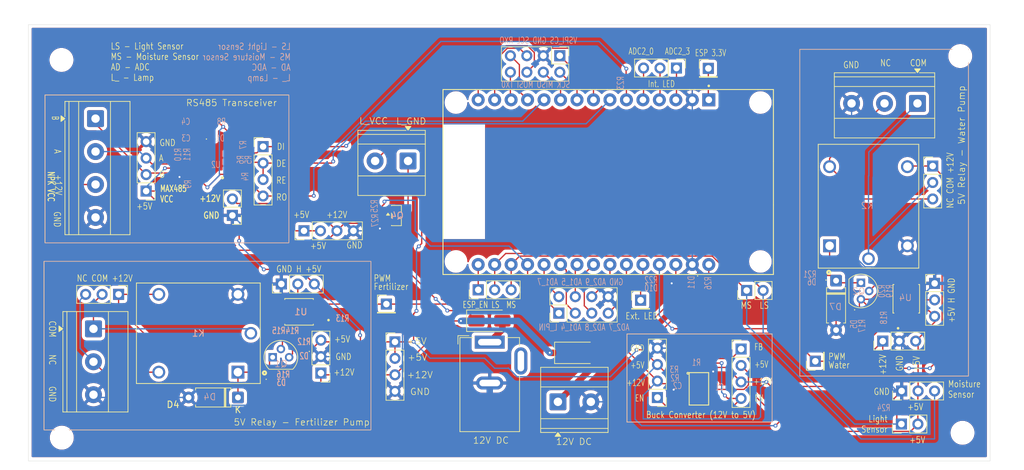
<source format=kicad_pcb>
(kicad_pcb (version 20241229) (generator "pcbnew") (generator_version "9.0")
  (title_block (title "Plant Partner PCB 1.0") (date "2026-02-11") (company "PCB Lead: Carter Kreis") (comment 1 "Fernando Amado-Pupo, Carter Kreis") (comment 2 "Plant Partner Members: Aspen Boler, Sabrina Luu, Nicholas Cimino, "))
  (layers (0 "F.Cu" signal) (2 "B.Cu" signal) (13 "F.Paste" user) (15 "B.Paste" user) (5 "F.SilkS" user "F.Silkscreen") (7 "B.SilkS" user "B.Silkscreen") (1 "F.Mask" user) (3 "B.Mask" user) (25 "Edge.Cuts" user))
  (net 0 "")
  (net 1 "GND")
  (net 2 "Net-(D1-A)")
  (net 3 "Net-(D2-A)")
  (net 4 "Net-(D10-A)")
  (net 5 "Net-(D3-A)")
  (net 6 "Net-(D4-K)")
  (net 7 "Net-(D5-A)")
  (net 8 "Net-(D6-A)")
  (net 9 "Net-(D7-K)")
  (net 10 "Net-(R13-Pad2)")
  (net 11 "Net-(R14-Pad2)")
  (net 12 "Net-(R18-Pad2)")
  (net 13 "Net-(R19-Pad2)")
  (net 14 "/EN")
  (net 15 "/FB")
  (net 16 "/12V_JACK")
  (net 17 "/DI")
  (net 18 "/RO")
  (net 19 "/DE")
  (net 20 "/A")
  (net 21 "/B")
  (net 22 "/COM")
  (net 23 "/H")
  (net 24 "/ADC2_3{slash}Touch3")
  (net 25 "Net-(Q1-B)")
  (net 26 "Net-(Q2-B)")
  (net 27 "/ADC_LIGHT_SENSOR")
  (net 28 "Net-(D11-A)")
  (net 29 "/ADC_MOISTURE_SENSOR")
  (net 30 "/12V_SCREW")
  (net 31 "Net-(U3-RX2)")
  (net 32 "/MOSI")
  (net 33 "/MISO{slash}VSPI_MISO")
  (net 34 "/SCL")
  (net 35 "/TX0")
  (net 36 "/SCK{slash}VSPI_CLK")
  (net 37 "/VSPI_CS")
  (net 38 "/RX0")
  (net 39 "/ADC1_7")
  (net 40 "/INTERNAL LED")
  (net 41 "/ADC1_5{slash}Touch8")
  (net 42 "/EXTERNAL LED")
  (net 43 "/ADC2_9{slash}DAC2")
  (net 44 "/ADC2_8{slash}DAC1")
  (net 45 "/ADC1_4{slash}Touch9")
  (net 46 "/ADC2_0{slash}Touch0")
  (net 47 "/ESP_EN")
  (net 48 "/ESP_3.3V")
  (net 49 "/NC")
  (net 50 "+5V")
  (net 51 "+12V")
  (net 52 "/PWM_WATER_PIN")
  (net 53 "/PWM_FERTIL_PIN")
  (net 54 "/Drain")
  (net 55 "/Gate")
  (net 56 "/LAMP_PIN")
  (net 57 "/ADC2_7{slash}Touch7")
  (net 59 "/SW")
  (net 61 "unconnected-(IC1-VCC-Pad2)")
  (footprint "Capacitor_SMD:C_0201_0603Metric" (layer "F.Cu") (at 169.09 107.24 90)
    (property "Reference" "C1" (hide yes))
    (property "Value" "22uF")
  )
  (footprint "Resistor_SMD:R_0201_0603Metric" (layer "F.Cu") (at 195.8 90.7 90)
    (property "Reference" "R19" (hide yes))
    (property "Value" "10k")
  )
  (footprint "Connector_PinHeader_2.54mm:PinHeader_2x04_P2.54mm_Vertical" (layer "F.Cu") (at 144.995 95.8 90)
    (property "Reference" "J20" (hide yes))
    (property "Value" "Conn_02x04_Top_Bottom")
  )
  (footprint "LED_SMD:LED_0201_0603Metric" (layer "F.Cu") (at 166.4 90.92 -90)
    (property "Reference" "D11" (hide yes))
    (property "Value" "LED")
  )
  (footprint "LED_SMD:LED_0201_0603Metric" (layer "F.Cu") (at 100.725 106)
    (property "Reference" "D3")
    (property "Value" "LED")
  )
  (footprint "Resistor_SMD:R_0201_0603Metric" (layer "F.Cu") (at 110.25 96.555 -90)
    (property "Reference" "R13")
    (property "Value" "500")
  )
  (footprint "Resistor_SMD:R_0201_0603Metric" (layer "F.Cu") (at 157.585 90.5)
    (property "Reference" "R22" (hide yes))
    (property "Value" "1k")
  )
  (footprint "Resistor_SMD:R_0201_0603Metric" (layer "F.Cu") (at 117.4875 81.55 -90)
    (property "Reference" "R27")
    (property "Value" "10k")
  )
  (footprint "TerminalBlock_Phoenix:TerminalBlock_Phoenix_MKDS-1,5-2-5.08_1x02_P5.08mm_Horizontal" (layer "F.Cu") (at 121.745 72.3275 180)
    (property "Reference" "J30" (hide yes))
    (property "Value" "Screw_Terminal_01x02")
  )
  (footprint "Connector_PinHeader_2.54mm:PinHeader_1x04_P2.54mm_Vertical" (layer "F.Cu") (at 160.2 108.81 180)
    (property "Reference" "J1" (hide yes))
    (property "Value" "Conn_01x04")
  )
  (footprint "LED_SMD:LED_0201_0603Metric" (layer "F.Cu") (at 190.61 96.15 -90)
    (property "Reference" "D5" (hide yes))
    (property "Value" "LED")
  )
  (footprint "Resistor_SMD:R_0201_0603Metric" (layer "F.Cu") (at 97.0888 72.86 90)
    (property "Reference" "R5" (hide yes))
    (property "Value" "10k")
  )
  (footprint "MountingHole:MountingHole_3.2mm_M3" (layer "F.Cu") (at 68.3 56.75)
    (property "Reference" "TopLeft" (hide yes))
    (property "Value" "MountingHole_3.2mm_M3")
  )
  (footprint "MountingHole:MountingHole_3.2mm_M3" (layer "F.Cu") (at 206.9 56.15)
    (property "Reference" "TopRight" (hide yes))
    (property "Value" "MountingHole_3.2mm_M3")
  )
  (footprint "TerminalBlock_Phoenix:TerminalBlock_Phoenix_MKDS-1,5-4-5.08_1x04_P5.08mm_Horizontal" (layer "F.Cu") (at 73.55 65.8 -90)
    (property "Reference" "J4" (hide yes))
    (property "Value" "Screw_Terminal")
  )
  (footprint "Resistor_SMD:R_0201_0603Metric" (layer "F.Cu") (at 96.3888 72.865 90)
    (property "Reference" "R6" (hide yes))
    (property "Value" "10k")
  )
  (footprint "Connector_PinHeader_2.54mm:PinHeader_1x04_P2.54mm_Vertical" (layer "F.Cu") (at 173.1 101.33)
    (property "Reference" "J16" (hide yes))
    (property "Value" "Conn_01x04")
  )
  (footprint "Resistor_SMD:R_0201_0603Metric" (layer "F.Cu") (at 117.5 79.85 -90)
    (property "Reference" "R25" (hide yes))
    (property "Value" "100")
  )
  (footprint "Diode_SMD:D_SMA" (layer "F.Cu") (at 134.29 96.9725)
    (property "Reference" "D8" (hide yes))
    (property "Value" "SS14")
  )
  (footprint "Connector_PinHeader_2.54mm:PinHeader_1x02_P2.54mm_Vertical" (layer "F.Cu") (at 94.655 80.725 180)
    (property "Reference" "J11" (hide yes))
    (property "Value" "Conn_01x02")
  )
  (footprint "Resistor_SMD:R_0201_0603Metric" (layer "F.Cu") (at 87.6388 73.115 90)
    (property "Reference" "R11")
    (property "Value" "120")
  )
  (footprint "Diode_SMD:D_SMA" (layer "F.Cu") (at 147.855 101.9225)
    (property "Reference" "D9" (hide yes))
    (property "Value" "SS14")
  )
  (footprint "Connector_PinHeader_2.54mm:PinHeader_2x04_P2.54mm_Vertical" (layer "F.Cu") (at 145.145 56.1 -90)
    (property "Reference" "J8" (hide yes))
    (property "Value" "Conn_02x04_Top_Bottom")
  )
  (footprint "Connector_PinHeader_2.54mm:PinHeader_1x01_P2.54mm_Vertical" (layer "F.Cu") (at 118.405 94.4)
    (property "Reference" "J27" (hide yes))
    (property "Value" "Conn_01x01")
  )
  (footprint "Connector_PinHeader_2.54mm:PinHeader_1x04_P2.54mm_Vertical" (layer "F.Cu") (at 119.72625 100.23)
    (property "Reference" "J22" (hide yes))
    (property "Value" "Conn_01x04")
  )
  (footprint "Diode_THT:D_A-405_P7.62mm_Horizontal" (layer "F.Cu") (at 95.515 108.8 180)
    (property "Reference" "D4")
    (property "Value" "1N400x")
  )
  (footprint "MountingHole:MountingHole_3.2mm_M3" (layer "F.Cu") (at 68.35 115)
    (property "Reference" "BottomLeft" (hide yes))
    (property "Value" "MountingHole_3.2mm_M3")
  )
  (footprint "Connector_PinHeader_2.54mm:PinHeader_1x02_P2.54mm_Vertical" (layer "F.Cu") (at 173.96 92.3 90)
    (property "Reference" "J29" (hide yes))
    (property "Value" "Conn_01x02")
  )
  (footprint "MyCustomFootprints:SO08" (layer "F.Cu") (at 92.1388 73.115 90)
    (property "Reference" "U2")
    (property "Value" "MAX485")
  )
  (footprint "Connector_PinHeader_2.54mm:PinHeader_1x04_P2.54mm_Vertical" (layer "F.Cu") (at 81.355 76.97 180)
    (property "Reference" "J3" (hide yes))
    (property "Value" "Conn_01x04")
  )
  (footprint "LED_SMD:LED_0201_0603Metric" (layer "F.Cu") (at 91.51 68.95)
    (property "Reference" "D1" (hide yes))
    (property "Value" "LED")
  )
  (footprint "Connector_PinHeader_2.54mm:PinHeader_1x01_P2.54mm_Vertical" (layer "F.Cu") (at 184.55 103.21 90)
    (property "Reference" "J26" (hide yes))
    (property "Value" "Conn_01x01")
  )
  (footprint "Resistor_SMD:R_0201_0603Metric" (layer "F.Cu") (at 196.8 110.4 180)
    (property "Reference" "R24" (hide yes))
    (property "Value" "1k")
  )
  (footprint "Resistor_SMD:R_0201_0603Metric" (layer "F.Cu") (at 102.05 99.4)
    (property "Reference" "R15")
    (property "Value" "470")
  )
  (footprint "MyCustomFootprints:RELAY_SRD-05VDC-SL-C" (layer "F.Cu") (at 192.75 79.31 90)
    (property "Reference" "K2" (hide yes))
    (property "Value" "SRD-05VDC-SL-C")
  )
  (footprint "Resistor_SMD:R_0201_0603Metric" (layer "F.Cu") (at 96.4888 70.77 -90)
    (property "Reference" "R7" (hide yes))
    (property "Value" "10k")
  )
  (footprint "Connector_PinHeader_2.54mm:PinHeader_1x04_P2.54mm_Vertical" (layer "F.Cu") (at 99.3888 70.115)
    (property "Reference" "J2" (hide yes))
    (property "Value" "Conn_01x04")
  )
  (footprint "Resistor_SMD:R_0201_0603Metric" (layer "F.Cu") (at 155.37 60.205 90)
    (property "Reference" "R23" (hide yes))
    (property "Value" "1k")
  )
  (footprint "LED_SMD:LED_0201_0603Metric" (layer "F.Cu") (at 105.66 101.7 180)
    (property "Reference" "D2")
    (property "Value" "LED")
  )
  (footprint "Connector_PinHeader_2.54mm:PinHeader_1x02_P2.54mm_Vertical" (layer "F.Cu") (at 197.825 112.9 90)
    (property "Reference" "J5" (hide yes))
    (property "Value" "Conn_01x02")
  )
  (footprint "LED_SMD:LED_0201_0603Metric" (layer "F.Cu") (at 185.34 90.694999 180)
    (property "Reference" "D6" (hide yes))
    (property "Value" "LED")
  )
  (footprint "Resistor_SMD:R_0201_0603Metric" (layer "F.Cu") (at 87.6888 74.515 -90)
    (property "Reference" "R9")
    (property "Value" "20k")
  )
  (footprint "Connector_PinHeader_2.54mm:PinHeader_1x03_P2.54mm_Vertical" (layer "F.Cu") (at 163.14 58 -90)
    (property "Reference" "J24" (hide yes))
    (property "Value" "Conn_01x03")
  )
  (footprint "MyCustomFootprints:OPTO_EL357N-G" (layer "F.Cu") (at 198.58 93.584999 90)
    (property "Reference" "U4" (hide yes))
    (property "Value" "EL357N-G")
  )
  (footprint "Connector_PinHeader_2.54mm:PinHeader_1x03_P2.54mm_Vertical" (layer "F.Cu") (at 202.95 91.21)
    (property "Reference" "J9" (hide yes))
    (property "Value" "Conn_01x03")
  )
  (footprint "Resistor_SMD:R_0201_0603Metric" (layer "F.Cu") (at 86.8888 73.115 90)
    (property "Reference" "R10")
    (property "Value" "20k")
  )
  (footprint "MountingHole:MountingHole_3.2mm_M3" (layer "F.Cu") (at 207.25 114.25)
    (property "Reference" "BottomRight" (hide yes))
    (property "Value" "MountingHole_3.2mm_M3")
  )
  (footprint "Resistor_SMD:R_0201_0603Metric" (layer "F.Cu") (at 163.89 104.9 180)
    (property "Reference" "R3" (hide yes))
    (property "Value" "18.7k")
  )
  (footprint "Connector_PinHeader_2.54mm:PinHeader_1x03_P2.54mm_Vertical" (layer "F.Cu") (at 132.565 92.2 90)
    (property "Reference" "J25" (hide yes))
    (property "Value" "Conn_01x03")
  )
  (footprint "Resistor_SMD:R_0201_0603Metric" (layer "F.Cu") (at 195.75 96.455 -90)
    (property "Reference" "R18" (hide yes))
    (property "Value" "500")
  )
  (footprint "Connector_PinHeader_2.54mm:PinHeader_1x03_P2.54mm_Vertical" (layer "F.Cu") (at 108.305 105.04 180)
    (property "Reference" "J14" (hide yes))
    (property "Value" "Conn_01x03")
  )
  (footprint "Connector_PinHeader_2.54mm:PinHeader_1x03_P2.54mm_Vertical" (layer "F.Cu") (at 194.95 100.11 90)
    (property "Reference" "J12" (hide yes))
    (property "Value" "Conn_01x03")
  )
  (footprint "Connector_PinHeader_2.54mm:PinHeader_1x03_P2.54mm_Vertical" (layer "F.Cu") (at 197.86 107.8 90)
    (property "Reference" "J17" (hide yes))
    (property "Value" "Conn_01x03")
  )
  (footprint "Connector_PinHeader_2.54mm:PinHeader_1x04_P2.54mm_Vertical" (layer "F.Cu") (at 105.695 83.1 90)
    (property "Reference" "J21" (hide yes))
    (property "Value" "Conn_01x04")
  )
  (footprint "TerminalBlock_Phoenix:TerminalBlock_Phoenix_MKDS-1,5-3-5.08_1x03_P5.08mm_Horizontal" (layer "F.Cu") (at 73.2325 98.215 -90)
    (property "Reference" "J6" (hide yes))
    (property "Value" "Screw_Terminal_01x03")
  )
  (footprint "Package_TO_SOT_SMD:SOT-23" (layer "F.Cu") (at 119.95 80.75)
    (property "Reference" "Q4")
    (property "Value" "AO3400A")
  )
  (footprint "Capacitor_SMD:C_0201_0603Metric" (layer "F.Cu") (at 88.82 66.45 180)
    (property "Reference" "C4" (hide yes))
    (property "Value" "0.1uF")
  )
  (footprint "Connector_PinHeader_2.54mm:PinHeader_1x03_P2.54mm_Vertical" (layer "F.Cu") (at 102.205 91.3 90)
    (property "Reference" "J7" (hide yes))
    (property "Value" "Conn_01x03")
  )
  (footprint "Resistor_SMD:R_0201_0603Metric" (layer "F.Cu") (at 96.2888 74.715 -90)
    (property "Reference" "R4" (hide yes))
    (property "Value" "10k")
  )
  (footprint "MPM3610:MPM3610" (layer "F.Cu") (at 166.6 107.47)
    (property "Reference" "IC1" (hide yes))
    (property "Value" "MPM3610")
  )
  (footprint "TerminalBlock_Phoenix:TerminalBlock_Phoenix_MKDS-1,5-2-5.08_1x02_P5.08mm_Horizontal" (layer "F.Cu") (at 144.855 109.4725)
    (property "Reference" "J18" (hide yes))
    (property "Value" "Screw_Terminal_01x02")
  )
  (footprint "Connector_PinHeader_2.54mm:PinHeader_1x01_P2.54mm_Vertical" (layer "F.Cu") (at 168.05 58.05)
    (property "Reference" "J28" (hide yes))
    (property "Value" "Conn_01x01")
  )
  (footprint "Resistor_SMD:R_0201_0603Metric" (layer "F.Cu") (at 166.2 104.17 180)
    (property "Reference" "R1" (hide yes))
    (property "Value" "100k")
  )
  (footprint "MyCustomFootprints:MODULE_ESP32_DEVKIT_V1" (layer "F.Cu") (at 152.605 75.6 -90)
    (property "Reference" "U3" (hide yes))
    (property "Value" "ESP32-DEVKIT-V1")
  )
  (footprint "Resistor_SMD:R_0201_0603Metric" (layer "F.Cu") (at 100.7 105.13)
    (property "Reference" "R16")
    (property "Value" "1k")
  )
  (footprint "Diode_THT:D_A-405_P7.62mm_Horizontal" (layer "F.Cu") (at 187.75 90.784999 -90)
    (property "Reference" "D7" (hide yes))
    (property "Value" "1N400x")
  )
  (footprint "Resistor_SMD:R_0201_0603Metric" (layer "F.Cu") (at 191.35 96.155 -90)
    (property "Reference" "R17" (hide yes))
    (property "Value" "1k")
  )
  (footprint "MyCustomFootprints:RELAY_SRD-05VDC-SL-C" (layer "F.Cu") (at 89.405 98.9 180)
    (property "Reference" "K1")
    (property "Value" "SRD-05VDC-SL-C")
  )
  (footprint "Connector_PinHeader_2.54mm:PinHeader_1x03_P2.54mm_Vertical" (layer "F.Cu") (at 77.105 92.9 -90)
    (property "Reference" "J15" (hide yes))
    (property "Value" "Conn_01x03")
  )
  (footprint "LED_SMD:LED_0201_0603Metric" (layer "F.Cu") (at 157.58 91.2 180)
    (property "Reference" "D10" (hide yes))
    (property "Value" "LED")
  )
  (footprint "Connector_PinHeader_2.54mm:PinHeader_1x03_P2.54mm_Vertical" (layer "F.Cu") (at 202.65 73.11)
    (property "Reference" "J13" (hide yes))
    (property "Value" "Conn_01x03")
  )
  (footprint "Package_TO_SOT_THT:TO-92" (layer "F.Cu") (at 100.865 102.6)
    (property "Reference" "Q1" (hide yes))
    (property "Value" "PNP")
  )
  (footprint "Resistor_SMD:R_0201_0603Metric" (layer "F.Cu") (at 194.96 90.7 -90)
    (property "Reference" "R20" (hide yes))
    (property "Value" "470")
  )
  (footprint "Resistor_SMD:R_0201_0603Metric" (layer "F.Cu") (at 167.3 90.92 -90)
    (property "Reference" "R26" (hide yes))
    (property "Value" "1k")
  )
  (footprint "Connector_PinHeader_2.54mm:PinHeader_1x01_P2.54mm_Vertical" (layer "F.Cu") (at 157.605 93.8)
    (property "Reference" "J23" (hide yes))
    (property "Value" "Conn_01x01")
  )
  (footprint "Resistor_SMD:R_0201_0603Metric" (layer "F.Cu") (at 185.335 89.984999 180)
    (property "Reference" "R21" (hide yes))
    (property "Value" "1k")
  )
  (footprint "TerminalBlock_Phoenix:TerminalBlock_Phoenix_MKDS-1,5-3-5.08_1x03_P5.08mm_Horizontal" (layer "F.Cu") (at 200.3 63.45 180)
    (property "Reference" "J10" (hide yes))
    (property "Value" "Screw_Terminal_01x03")
  )
  (footprint "Resistor_SMD:R_0201_0603Metric" (layer "F.Cu") (at 91.53 66.45)
    (property "Reference" "R8" (hide yes))
    (property "Value" "1k")
  )
  (footprint "Capacitor_SMD:C_0201_0603Metric" (layer "F.Cu") (at 88.82 68.95 180)
    (property "Reference" "C3" (hide yes))
    (property "Value" "10uF")
  )
  (footprint "Connector_BarrelJack:BarrelJack_GCT_DCJ200-10-A_Horizontal" (layer "F.Cu") (at 134.34 100.2725)
    (property "Reference" "J19" (hide yes))
    (property "Value" "Barrel_Jack")
  )
  (footprint "Resistor_SMD:R_0201_0603Metric" (layer "F.Cu") (at 164.045 105.82)
    (property "Reference" "R2" (hide yes))
    (property "Value" "100k")
  )
  (footprint "Resistor_SMD:R_0201_0603Metric" (layer "F.Cu") (at 103.605 99.4 180)
    (property "Reference" "R14")
    (property "Value" "10k")
  )
  (footprint "MyCustomFootprints:OPTO_EL357N-G" (layer "F.Cu") (at 104.933 95.6 180)
    (property "Reference" "U1")
    (property "Value" "EL357N-G")
  )
  (footprint "Resistor_SMD:R_0201_0603Metric" (layer "F.Cu") (at 105.655 101 180)
    (property "Reference" "R12")
    (property "Value" "1k")
  )
  (footprint "Package_TO_SOT_THT:TO-92" (layer "F.Cu") (at 191.58 91.114999 -90)
    (property "Reference" "Q2" (hide yes))
    (property "Value" "PNP")
  )
  (footprint "Capacitor_SMD:C_0201_0603Metric" (layer "F.Cu") (at 164.09 106.99 -90)
    (property "Reference" "C2" (hide yes))
    (property "Value" "22uF")
  )
  (gr_rect (start 155.5 99) (end 177.9 112.6) (stroke (width 0.1)) (fill no) (layer "F.SilkS"))
  (gr_rect (start 182.15 55.11) (end 208.15 105.51) (stroke (width 0.1)) (fill no) (layer "F.SilkS"))
  (gr_rect (start 65.605 87.8) (end 116.005 113.8) (stroke (width 0.1)) (fill no) (layer "F.SilkS"))
  (gr_rect (start 65.755 62.15) (end 103.355 84.95) (stroke (width 0.1)) (fill no) (layer "F.SilkS"))
  (gr_rect (start 65.755 62.15) (end 103.355 84.95) (stroke (width 0.1)) (fill no) (layer "B.SilkS"))
  (gr_rect (start 155.5 99) (end 177.9 112.6) (stroke (width 0.1)) (fill no) (layer "B.SilkS"))
  (gr_rect (start 182.15 55.11) (end 208.15 105.51) (stroke (width 0.1)) (fill no) (layer "B.SilkS"))
  (gr_rect (start 65.605 87.8) (end 116.005 113.8) (stroke (width 0.1)) (fill no) (layer "B.SilkS"))
  (gr_rect (start 63.2 51.3) (end 211.5 118.6) (stroke (width 0.05)) (fill no) (layer "Edge.Cuts"))
  (gr_text "+5V" (at 104 81.2 0) (layer "F.SilkS") (effects (font (size 1 0.8) (thickness 0.1)) (justify left bottom)))
  (gr_text "LS" (at 175.9 95.2 0) (layer "F.SilkS") (effects (font (size 1 0.8) (thickness 0.1)) (justify left bottom)))
  (gr_text "+12V" (at 155.4 107.1 0) (layer "F.SilkS") (effects (font (size 1 0.7) (thickness 0.0875)) (justify left bottom)))
  (gr_text "PWM" (at 116.4 91 0) (layer "F.SilkS") (effects (font (size 1 0.8) (thickness 0.1)) (justify left bottom)))
  (gr_text "ESP 3.3V" (at 165.945 56.25 0) (layer "F.SilkS") (effects (font (size 1 0.7) (thickness 0.0875)) (justify left bottom)))
  (gr_text "RE" (at 101.37 75.91 0) (layer "F.SilkS") (effects (font (size 1 0.8) (thickness 0.1)) (justify left bottom)))
  (gr_text "EN" (at 156.7 109.5 0) (layer "F.SilkS") (effects (font (size 1 0.7) (thickness 0.0875)) (justify left bottom)))
  (gr_text "+5V" (at 79.8 79.9 0) (layer "F.SilkS") (effects (font (size 1 0.8) (thickness 0.1)) (justify left bottom)))
  (gr_text "GND\n" (at 66.305 107 270) (layer "F.SilkS") (effects (font (size 1 0.8) (thickness 0.1)) (justify left bottom)))
  (gr_text "+5V H GND\n" (at 205.55 93.82 90) (layer "F.SilkS") (effects (font (size 1 0.8) (thickness 0.1))))
  (gr_text "Buck Converter (12V to 5V)" (at 158.4 112.06 0) (layer "F.SilkS") (effects (font (size 1 0.8) (thickness 0.1)) (justify left bottom)))
  (gr_text "A" (at 67.1 70.45 270) (layer "F.SilkS") (effects (font (size 1 0.8) (thickness 0.1)) (justify left bottom)))
  (gr_text "Int. LED" (at 158.69 61.03 0) (layer "F.SilkS") (effects (font (size 1 0.7) (thickness 0.0875)) (justify left bottom)))
  (gr_text "+5V" (at 200.74 104.91 90) (layer "F.SilkS") (effects (font (size 1 0.8) (thickness 0.1)) (justify left bottom)))
  (gr_text "Fertilizer" (at 116.4 92.3 0) (layer "F.SilkS") (effects (font (size 1 0.8) (thickness 0.1)) (justify left bottom)))
  (gr_text "GND" (at 156 101.8 0) (layer "F.SilkS") (effects (font (size 1 0.7) (thickness 0.0875)) (justify left bottom)))
  (gr_text "NC" (at 194.5 57.8 0) (layer "F.SilkS") (effects (font (size 1 0.8) (thickness 0.1)) (justify left bottom)))
  (gr_text "L_GND" (at 119.85 66.8 0) (layer "F.SilkS") (effects (font (size 1 1) (thickness 0.1)) (justify left bottom)))
  (gr_text "+5V" (at 110.305 100.4 0) (layer "F.SilkS") (effects (font (size 1 0.8) (thickness 0.1)) (justify left bottom)))
  (gr_text "GND" (at 90.1 81.3 0) (layer "F.SilkS") (effects (font (size 1 0.8)) (justify left bottom)))
  (gr_text "12V DC" (at 131.7 116 0) (layer "F.SilkS") (effects (font (size 1 1) (thickness 0.1)) (justify left bottom)))
  (gr_text "GND" (at 198.14 104.81 90) (layer "F.SilkS") (effects (font (size 1 0.8) (thickness 0.1)) (justify left bottom)))
  (gr_text "GND H +5V" (at 104.905 89 0) (layer "F.SilkS") (effects (font (size 1 0.8) (thickness 0.1))))
  (gr_text "Light\nSensor" (at 195.75 114.3 0) (layer "F.SilkS") (effects (font (size 1 0.8) (thickness 0.1)) (justify right bottom)))
  (gr_text "GND" (at 193.5 108.49 0) (layer "F.SilkS") (effects (font (size 1 0.8) (thickness 0.1)) (justify left bottom)))
  (gr_text "+12V" (at 110.205 105.5 0) (layer "F.SilkS") (effects (font (size 1 0.8) (thickness 0.1)) (justify left bottom)))
  (gr_text "ADC2_0" (at 155.695 56 0) (layer "F.SilkS") (effects (font (size 1 0.7) (thickness 0.0875)) (justify left bottom)))
  (gr_text "5V Relay - Water Pump" (at 207.7 79.15 90) (layer "F.SilkS") (effects (font (size 1 1) (thickness 0.1)) (justify left bottom)))
  (gr_text "+5V" (at 198.99 115.94 0) (layer "F.SilkS") (effects (font (size 1 0.8) (thickness 0.1)) (justify left bottom)))
  (gr_text "+5V" (at 175.11 104.28 0) (layer "F.SilkS") (effects (font (size 1 0.7) (thickness 0.0875)) (justify left bottom)))
  (gr_text "FB" (at 175.1 101.6 0) (layer "F.SilkS") (effects (font (size 1 0.7) (thickness 0.0875)) (justify left bottom)))
  (gr_text "+12V" (at 121.5 105.9 0) (layer "F.SilkS") (effects (font (size 1 1) (thickness 0.1)) (justify left bottom)))
  (gr_text "+12V" (at 109.1 81.2 0) (layer "F.SilkS") (effects (font (size 1 0.8) (thickness 0.1)) (justify left bottom)))
  (gr_text "Water" (at 186.5 104.38 0) (layer "F.SilkS") (effects (font (size 1 0.8) (thickness 0.1)) (justify left bottom)))
  (gr_text "Moisture\nSensor" (at 204.96 108.92 0) (layer "F.SilkS") (effects (font (size 1 0.8) (thickness 0.1)) (justify left bottom)))
  (gr_text "+12V" (at 67.25 74.35 270) (layer "F.SilkS") (effects (font (size 1 0.8) (thickness 0.1)) (justify left bottom)))
  (gr_text "+5V" (at 121.6 103.2 0) (layer "F.SilkS") (effects (font (size 1 1) (thickness 0.1)) (justify left bottom)))
  (gr_text "MS" (at 173 95.2 0) (layer "F.SilkS") (effects (font (size 1 0.8) (thickness 0.1)) (justify left bottom)))
  (gr_text "DI" (at 101.47 70.71 0) (layer "F.SilkS") (effects (font (size 1 0.8) (thickness 0.1)) (justify left bottom)))
  (gr_text "12V DC" (at 144.5 116.2 0) (layer "F.SilkS") (effects (font (size 1 1) (thickness 0.1)) (justify left bottom)))
  (gr_text "+5V" (at 106.6 86 0) (layer "F.SilkS") (effects (font (size 1 0.8) (thickness 0.1)) (justify left bottom)))
  (gr_text "+12V" (at 174.98 106.9 0) (layer "F.SilkS") (effects (font (size 1 0.7) (thickness 0.0875)) (justify left bottom)))
  (gr_text "Ext. LED" (at 155.22 96.83 0) (layer "F.SilkS") (effects (font (size 1 0.8) (thickness 0.1)) (justify left bottom)))
  (gr_text "GND" (at 122 108.5 0) (layer "F.SilkS") (effects (font (size 1 1) (thickness 0.1)) (justify left bottom)))
  (gr_text "ESP_EN LS  MS" (at 130.11 95.09 0) (layer "F.SilkS") (effects (font (size 1 0.7) (thickness 0.1)) (justify left bottom)))
  (gr_text "A" (at 83.27 72.47 0) (layer "F.SilkS") (effects (font (size 1 0.8) (thickness 0.1)) (justify left bottom)))
  (gr_text "EN" (at 175.14 109.49 0) (layer "F.SilkS") (effects (font (size 1 0.7) (thickness 0.0875)) (justify left bottom)))
  (gr_text "RO" (at 101.37 78.51 0) (layer "F.SilkS") (effects (font (size 1 0.8) (thickness 0.1)) (justify left bottom)))
  (gr_text "DE" (at 101.37 73.31 0) (layer "F.SilkS") (effects (font (size 1 0.8) (thickness 0.1)) (justify left bottom)))
  (gr_text "RS485 Transceiver" (at 87.455 63.95 0) (layer "F.SilkS") (effects (font (size 1 1) (thickness 0.1)) (justify left bottom)))
  (gr_text "GND" (at 188.8 58.1 0) (layer "F.SilkS") (effects (font (size 1 0.8) (thickness 0.1)) (justify left bottom)))
  (gr_text "NC COM +12V" (at 70.605 91 0) (layer "F.SilkS") (effects (font (size 1 0.8) (thickness 0.1)) (justify left bottom)))
  (gr_text "COM" (at 66.305 96.9 270) (layer "F.SilkS") (effects (font (size 1 0.8) (thickness 0.1)) (justify left bottom)))
  (gr_text "GND" (at 83.37 70.11 0) (layer "F.SilkS") (effects (font (size 1 0.8) (thickness 0.1)) (justify left bottom)))
  (gr_text "+12V" (at 89.5 78.7 0) (layer "F.SilkS") (effects (font (size 1 0.8)) (justify left bottom)))
  (gr_text "B" (at 66.75 65.35 270) (layer "F.SilkS") (effects (font (size 1 0.6) (thickness 0.1)) (justify left bottom)))
  (gr_text "L_VCC" (at 114.15 66.75 0) (layer "F.SilkS") (effects (font (size 1 1) (thickness 0.1)) (justify left bottom)))
  (gr_text "B" (at 83.35 74.99 0) (layer "F.SilkS") (effects (font (size 1 0.8) (thickness 0.1)) (justify left bottom)))
  (gr_text "GND" (at 112.2 85.9 0) (layer "F.SilkS") (effects (font (size 1 0.8) (thickness 0.1)) (justify left bottom)))
  (gr_text "+12V" (at 195.54 105.41 90) (layer "F.SilkS") (effects (font (size 1 0.8) (thickness 0.1)) (justify left bottom)))
  (gr_text "LS - Light Sensor\nMS - Moisture Sensor\nAD - ADC\nL_ - Lamp" (at 75.85 60.05 0) (layer "F.SilkS") (effects (font (size 1 0.8) (thickness 0.1)) (justify left bottom)))
  (gr_text "NPK VCC" (at 66.1 73.85 270) (layer "F.SilkS") (effects (font (size 1 0.7) (thickness 0.14) (bold yes)) (justify left bottom)))
  (gr_text "+5V" (at 198.69 110.84 0) (layer "F.SilkS") (effects (font (size 1 0.8) (thickness 0.1)) (justify left bottom)))
  (gr_text "NC COM +12V\n" (at 205.35 75.33 90) (layer "F.SilkS") (effects (font (size 1 0.8) (thickness 0.1))))
  (gr_text "5V Relay - Fertilizer Pump" (at 94.805 113.2 0) (layer "F.SilkS") (effects (font (size 1 1) (thickness 0.1)) (justify left bottom)))
  (gr_text "GND" (at 67.05 80.05 270) (layer "F.SilkS") (effects (font (size 1 0.8) (thickness 0.1)) (justify left bottom)))
  (gr_text "GND" (at 110.505 103.1 0) (layer "F.SilkS") (effects (font (size 1 0.8) (thickness 0.1)) (justify left bottom)))
  (gr_text "PWM" (at 186.51 103.09 0) (layer "F.SilkS") (effects (font (size 1 0.8) (thickness 0.1)) (justify left bottom)))
  (gr_text "+5V" (at 156 104.4 0) (layer "F.SilkS") (effects (font (size 1 0.7) (thickness 0.0875)) (justify left bottom)))
  (gr_text "MAX485\nVCC" (at 83.44 78.79 0) (layer "F.SilkS") (effects (font (size 1 0.7) (thickness 0.14) (bold yes)) (justify left bottom)))
  (gr_text "+5V" (at 121.5 100.7 0) (layer "F.SilkS") (effects (font (size 1 1) (thickness 0.1)) (justify left bottom)))
  (gr_text "ADC2_3" (at 161.3 56 0) (layer "F.SilkS") (effects (font (size 1 0.7) (thickness 0.0875)) (justify left bottom)))
  (gr_text "NC" (at 66.305 102.1 270) (layer "F.SilkS") (effects (font (size 1 0.8) (thickness 0.1)) (justify left bottom)))
  (gr_text "COM" (at 199.1 57.8 0) (layer "F.SilkS") (effects (font (size 1 0.8) (thickness 0.1)) (justify left bottom)))
  (gr_text "D1" (at 93.5 69.4 0) (layer "B.SilkS") (effects (font (size 1 0.7) (thickness 0.0875)) (justify left bottom mirror)))
  (gr_text "C2" (at 163.3 107 0) (layer "B.SilkS") (effects (font (size 1 0.7) (thickness 0.0875)) (justify mirror)))
  (gr_text "R26" (at 168.6 90.1 90) (layer "B.SilkS") (effects (font (size 1 0.7) (thickness 0.0875)) (justify left bottom mirror)))
  (gr_text "U4" (at 199.5 94 0) (layer "B.SilkS") (effects (font (size 1 1) (thickness 0.1)) (justify left bottom mirror)))
  (gr_text "Q2" (at 192.3 93 0) (layer "B.SilkS") (effects (font (size 1 1) (thickness 0.1)) (justify left bottom mirror)))
  (gr_text "D6" (at 184 91 0) (layer "B.SilkS") (effects (font (size 1 0.7) (thickness 0.0875)) (justify mirror)))
  (gr_text "AD2_7 AD2_8 AD1_4 L_PIN" (at 155.93 98.57 0) (layer "B.SilkS") (effects (font (size 1 0.7) (thickness 0.0875)) (justify left bottom mirror)))
  (gr_text "C3" (at 88.25 69.4 0) (layer "B.SilkS") (effects (font (size 1 0.7) (thickness 0.0875)) (justify left bottom mirror)))
  (gr_text "R1" (at 166.2 103.4 0) (layer "B.SilkS") (effects (font (size 1 0.7) (thickness 0.0875)) (justify mirror)))
  (gr_text "D11" (at 166 90 90) (layer "B.SilkS") (effects (font (size 1 0.7) (thickness 0.0875)) (justify left bottom mirror)))
  (gr_text "R21" (at 183.7 89.8 0) (layer "B.SilkS") (effects (font (size 1 0.7) (thickness 0.0875)) (justify mirror)))
  (gr_text "R22" (at 160.3 91.25 0) (layer "B.SilkS") (effects (font (size 1 0.7) (thickness 0.0875)) (justify left bottom mirror)))
  (gr_text "R23" (at 155.1 59.2 90) (layer "B.SilkS") (effects (font (size 1 0.7) (thickness 0.0875)) (justify left bottom mirror)))
  (gr_text "R20" (at 194.8 92.4 90) (layer "B.SilkS") (effects (font (size 1 0.7) (thickness 0.0875)) (justify mirror)))
  (gr_text "R8" (at 93.7 66.85 0) (layer "B.SilkS") (effects (font (size 1 0.7) (thickness 0.0875)) (justify left bottom mirror)))
  (gr_text "Q1" (at 103.2 104.2 0) (layer "B.SilkS") (effects (font (size 1 1) (thickness 0.1)) (justify left bottom mirror)))
  (gr_text "R18" (at 195.1 96.5 90) (layer "B.SilkS") (effects (font (size 1 0.7) (thickness 0.0875)) (justify mirror)))
  (gr_text "R25\n" (at 116.55 79.3 90) (layer "B.SilkS") (effects (font (size 1 0.7) (thickness 0.0875)) (justify mirror)))
  (gr_text "D10" (at 160.3 92.5 0) (layer "B.SilkS") (effects (font (size 1 0.7) (thickness 0.0875)) (justify left bottom mirror)))
  (gr_text "R5" (at 97.7 71.4 90) (layer "B.SilkS") (effects (font (size 1 0.7) (thickness 0.0875)) (justify left bottom mirror)))
  (gr_text "R24" (at 195.1 110.4 0) (layer "B.SilkS") (effects (font (size 1 0.7) (thickness 0.0875)) (justify mirror)))
  (gr_text "R2" (at 162.9 105.8 0) (layer "B.SilkS") (effects (font (size 1 0.7) (thickness 0.0875)) (justify mirror)))
  (gr_text "C1\n" (at 169.8 107.2 0) (layer "B.SilkS") (effects (font (size 1 0.7) (thickness 0.0875)) (justify mirror)))
  (gr_text "SCK MISO MOSI TX0" (at 146.78 61.14 0) (layer "B.SilkS") (effects (font (size 1 0.7) (thickness 0.0875)) (justify left bottom mirror)))
  (gr_text "VSPI_CS GND SCL RXO" (at 147.88 54.33 0) (layer "B.SilkS") (effects (font (size 1 0.7) (thickness 0.0875)) (justify left bottom mirror)))
  (gr_text "R7" (at 96.9 69.1 90) (layer "B.SilkS") (effects (font (size 1 0.7) (thickness 0.0875)) (justify left bottom mirror)))
  (gr_text "R19" (at 196 92.4 90) (layer "B.SilkS") (effects (font (size 1 0.7) (thickness 0.0875)) (justify mirror)))
  (gr_text "D7" (at 188.7 95.4 0) (layer "B.SilkS") (effects (font (size 1 1) (thickness 0.1)) (justify left bottom mirror)))
  (gr_text "R4" (at 97.2 74 90) (layer "B.SilkS") (effects (font (size 1 0.7) (thickness 0.0875)) (justify left bottom mirror)))
  (gr_text "D4" (at 92.2 109.3 0) (layer "B.SilkS") (effects (font (size 1 1) (thickness 0.1)) (justify left bottom mirror)))
  (gr_text "K2" (at 193.6 79.8 0) (layer "B.SilkS") (effects (font (size 1 1) (thickness 0.1)) (justify left bottom mirror)))
  (gr_text "R17" (at 191.75 97.75 90) (layer "B.SilkS") (effects (font (size 1 0.7) (thickness 0.0875)) (justify mirror)))
  (gr_text "LS - Light Sensor\nMS - Moisture Sensor\nAD - ADC\nL_ - Lamp" (at 103.7 60.1 0) (layer "B.SilkS") (effects (font (size 1 0.8) (thickness 0.1)) (justify left bottom mirror)))
  (gr_text "GND AD2_9 AD1_5 AD1_7" (at 154.98 91.58 0) (layer "B.SilkS") (effects (font (size 1 0.7) (thickness 0.0875)) (justify left bottom mirror)))
  (gr_text "R3" (at 162.8 104.5 0) (layer "B.SilkS") (effects (font (size 1 0.7) (thickness 0.0875)) (justify mirror)))
  (gr_text "D5" (at 190.5 97.5 90) (layer "B.SilkS") (effects (font (size 1 0.7) (thickness 0.0875)) (justify mirror)))
  (gr_text "R6" (at 96.5 71.4 90) (layer "B.SilkS") (effects (font (size 1 0.7) (thickness 0.0875)) (justify left bottom mirror)))
  (gr_text "C4" (at 88.2 66.85 0) (layer "B.SilkS") (effects (font (size 1 0.7) (thickness 0.0875)) (justify left bottom mirror)))
  (segment (start 163.5 104.83) (end 163.57 104.9) (width 0.2) (layer "F.Cu") (net 1))
  (segment (start 169.09 106.690001) (end 168.339999 105.94) (width 0.2) (layer "F.Cu") (net 1))
  (segment (start 162.7 107.6) (end 163.8 107.6) (width 0.2) (layer "F.Cu") (net 1))
  (segment (start 165.39 107.24) (end 164.16 107.24) (width 0.2) (layer "F.Cu") (net 1))
  (segment (start 164.09 107.31) (end 164.09 107.49) (width 0.2) (layer "F.Cu") (net 1))
  (segment (start 118.8425 81.87) (end 119.0125 81.7) (width 0.2) (layer "F.Cu") (net 1))
  (segment (start 196.48 109.18) (end 196.48 110.4) (width 0.2) (layer "F.Cu") (net 1))
  (segment (start 86.535 74.835) (end 87.6888 74.835) (width 0.2) (layer "F.Cu") (net 1))
  (segment (start 102.205 91.3) (end 102.205 93.883) (width 0.2) (layer "F.Cu") (net 1))
  (segment (start 168.09 105.94) (end 168.09 105.24) (width 0.2) (layer "F.Cu") (net 1))
  (segment (start 169.09 106.92) (end 169.09 106.690001) (width 0.2) (layer "F.Cu") (net 1))
  (segment (start 167.89 105.04) (end 167.39 105.04) (width 0.2) (layer "F.Cu") (net 1))
  (segment (start 168.09 105.24) (end 167.89 105.04) (width 0.2) (layer "F.Cu") (net 1))
  (segment (start 117.4875 81.87) (end 118.8425 81.87) (width 0.2) (layer "F.Cu") (net 1))
  (segment (start 168.8 104.8) (end 168.07 104.8) (width 0.2) (layer "F.Cu") (net 1))
  (segment (start 199.85 90.409999) (end 199.85 86.51) (width 0.2) (layer "F.Cu") (net 1))
  (segment (start 164.16 107.24) (end 164.09 107.31) (width 0.2) (layer "F.Cu") (net 1))
  (segment (start 96.935 94.33) (end 101.758 94.33) (width 0.2) (layer "F.Cu") (net 1))
  (segment (start 107.505 101.7) (end 108.305 102.5) (width 0.2) (layer "F.Cu") (net 1))
  (segment (start 143.756 54.949) (end 142.605 56.1) (width 0.2) (layer "F.Cu") (net 1))
  (segment (start 117.4 82.75) (end 117.9625 82.75) (width 0.2) (layer "F.Cu") (net 1))
  (segment (start 165.58 62.9) (end 165.58 56.38) (width 0.2) (layer "F.Cu") (net 1))
  (segment (start 168.339999 105.94) (end 168.09 105.94) (width 0.2) (layer "F.Cu") (net 1))
  (segment (start 117.4 82.75) (end 117.4 81.9575) (width 0.2) (layer "F.Cu") (net 1))
  (segment (start 200.650001 91.21) (end 199.85 90.409999) (width 0.2) (layer "F.Cu") (net 1))
  (segment (start 162.7 103.69) (end 162.7 104.9) (width 0.2) (layer "F.Cu") (net 1))
  (segment (start 163.8 107.6) (end 164.09 107.31) (width 0.2) (layer "F.Cu") (net 1))
  (segment (start 150.385 109.0225) (end 149.935 109.4725) (width 0.2) (layer "F.Cu") (net 1))
  (segment (start 86.5 74.8) (end 86.535 74.835) (width 0.2) (layer "F.Cu") (net 1))
  (segment (start 88.5 70.1874) (end 89.5226 71.21) (width 0.2) (layer "F.Cu") (net 1))
  (segment (start 188.67 95.83) (end 187.75 96.75) (width 0.2) (layer "F.Cu") (net 1))
  (segment (start 81.355 69.35) (end 83.215 71.21) (width 0.2) (layer "F.Cu") (net 1))
  (segment (start 160.2 101.19) (end 162.7 103.69) (width 0.2) (layer "F.Cu") (net 1))
  (segment (start 95.505 92.9) (end 96.935 94.33) (width 0.2) (layer "F.Cu") (net 1))
  (segment (start 88.5 68.95) (end 88.5 66.45) (width 0.2) (layer "F.Cu") (net 1))
  (segment (start 105.98 101.7) (end 107.505 101.7) (width 0.2) (layer "F.Cu") (net 1))
  (segment (start 168.07 104.8) (end 167.85 105.02) (width 0.2) (layer "F.Cu") (net 1))
  (segment (start 199.85 86.51) (end 198.75 85.41) (width 0.2) (layer "F.Cu") (net 1))
  (segment (start 108.305 102.5) (end 104.304 106.501) (width 0.2) (layer "F.Cu") (net 1))
  (segment (start 100.406 106.501) (end 100.405 106.5) (width 0.2) (layer "F.Cu") (net 1))
  (segment (start 87.47 108.375) (end 87.895 108.8) (width 0.2) (layer "F.Cu") (net 1))
  (segment (start 91.19 68.95) (end 91.19 69.5426) (width 0.2) (layer "F.Cu") (net 1))
  (segment (start 117.4 81.9575) (end 117.4875 81.87) (width 0.2) (layer "F.Cu") (net 1))
  (segment (start 185.66 96.314999) (end 187.75 98.404999) (width 0.2) (layer "F.Cu") (net 1))
  (segment (start 91.19 69.5426) (end 89.5226 71.21) (width 0.2) (layer "F.Cu") (net 1))
  (segment (start 187.75 96.75) (end 187.75 98.404999) (width 0.2) (layer "F.Cu") (net 1))
  (segment (start 190.61 95.83) (end 188.67 95.83) (width 0.2) (layer "F.Cu") (net 1))
  (segment (start 83.215 71.21) (end 89.5226 71.21) (width 0.2) (layer "F.Cu") (net 1))
  (segment (start 166.4 89.12) (end 165.58 88.3) (width 0.2) (layer "F.Cu") (net 1))
  (segment (start 197.86 107.8) (end 196.48 109.18) (width 0.2) (layer "F.Cu") (net 1))
  (segment (start 162.7 104.9) (end 163.57 104.9) (width 0.2) (layer "F.Cu") (net 1))
  (segment (start 104.304 106.501) (end 100.406 106.501) (width 0.2) (layer "F.Cu") (net 1))
  (segment (start 166.4 90.6) (end 166.4 89.12) (width 0.2) (layer "F.Cu") (net 1))
  (segment (start 88.5 68.95) (end 88.5 70.1874) (width 0.2) (layer "F.Cu") (net 1))
  (segment (start 89.340001 71.21) (end 89.5226 71.21) (width 0.2) (layer "F.Cu") (net 1))
  (segment (start 102.205 93.883) (end 101.758 94.33) (width 0.2) (layer "F.Cu") (net 1))
  (segment (start 164.149 54.949) (end 143.756 54.949) (width 0.2) (layer "F.Cu") (net 1))
  (segment (start 100.405 106.5) (end 100.405 106) (width 0.2) (layer "F.Cu") (net 1))
  (segment (start 202.95 91.21) (end 200.650001 91.21) (width 0.2) (layer "F.Cu") (net 1))
  (segment (start 164.09 107.31) (end 164.3628 107.31) (width 0.2) (layer "F.Cu") (net 1))
  (segment (start 165.58 56.38) (end 164.149 54.949) (width 0.2) (layer "F.Cu") (net 1))
  (segment (start 117.9625 82.75) (end 119.0125 81.7) (width 0.2) (layer "F.Cu") (net 1))
  (segment (start 185.66 90.694999) (end 185.66 96.314999) (width 0.2) (layer "F.Cu") (net 1))
  (segment (start 157.9 91.2) (end 162.4 91.2) (width 0.2) (layer "F.Cu") (net 1))
  (via (at 117.4 82.75) (size 0.6) (drill 0.3) (layers "F.Cu" "B.Cu") (net 1))
  (via (at 86.5 74.8) (size 0.6) (drill 0.3) (layers "F.Cu" "B.Cu") (net 1))
  (via (at 162.7 107.6) (size 0.6) (drill 0.3) (layers "F.Cu" "B.Cu") (net 1))
  (via (at 168.8 104.8) (size 0.6) (drill 0.3) (layers "F.Cu" "B.Cu") (net 1))
  (via (at 162.4 91.2) (size 0.6) (drill 0.3) (layers "F.Cu" "B.Cu") (net 1))
  (segment (start 120.87725 106.699) (end 120.87725 90.66225) (width 0.2) (layer "B.Cu") (net 1))
  (segment (start 162.4 91.2) (end 164 91.2) (width 0.2) (layer "B.Cu") (net 1))
  (segment (start 117.57525 110.001) (end 119.72625 107.85) (width 0.2) (layer "B.Cu") (net 1))
  (segment (start 160.01 101.19) (end 160.2 101.19) (width 0.2) (layer "B.Cu") (net 1))
  (segment (start 164.1 98.6) (end 164.1 91.1) (width 0.2) (layer "B.Cu") (net 1))
  (segment (start 162.7 103.69) (end 162.7 107.6) (width 0.2) (layer "B.Cu") (net 1))
  (segment (start 134.34 109.34) (end 134.34 106.5725) (width 1) (layer "B.Cu") (net 1))
  (segment (start 197.86 107.8) (end 197.86 100.48) (width 0.2) (layer "B.Cu") (net 1))
  (segment (start 117.4 82.75) (end 117.05 83.1) (width 0.2) (layer "B.Cu") (net 1))
  (segment (start 146.3575 113.05) (end 138.05 113.05) (width 1) (layer "B.Cu") (net 1))
  (segment (start 138.05 113.05) (end 134.34 109.34) (width 1) (layer "B.Cu") (net 1))
  (segment (start 121.00375 106.5725) (end 119.72625 107.85) (width 0.2) (layer "B.Cu") (net 1))
  (segment (start 134.34 106.5725) (end 121.00375 106.5725) (width 0.2) (layer "B.Cu") (net 1))
  (segment (start 120.87725 90.66225) (end 113.315 83.1) (width 0.2) (layer "B.Cu") (net 1))
  (segment (start 114.37625 102.5) (end 108.305 102.5) (width 0.2) (layer "B.Cu") (net 1))
  (segment (start 201.75 92.41) (end 201.75 95.85) (width 0.2) (layer "B.Cu") (net 1))
  (segment (start 168.29 101.19) (end 168.8 101.7) (width 0.2) (layer "B.Cu") (net 1))
  (segment (start 119.72625 107.85) (end 120.87725 106.699) (width 0.2) (layer "B.Cu") (net 1))
  (segment (start 165.9 56.3) (end 165.58 56.62) (width 0.2) (layer "B.Cu") (net 1))
  (segment (start 71.25 78.74) (end 71.25 63.35) (width 0.2) (layer "B.Cu") (net 1))
  (segment (start 73.55 81.04) (end 69.4 85.19) (width 0.2) (layer "B.Cu") (net 1))
  (segment (start 179.026001 89.681) (end 166.961 89.681) (width 0.2) (layer "B.Cu") (net 1))
  (segment (start 91.325 80.725) (end 94.655 80.725) (width 0.2) (layer "B.Cu") (net 1))
  (segment (start 86.5 74.8) (end 86.5 75.9) (width 0.2) (layer "B.Cu") (net 1))
  (segment (start 86.5 74.495) (end 86.5 74.8) (width 0.2) (layer "B.Cu") (net 1))
  (segment (start 81.355 69.35) (end 86.5 74.495) (width 0.2) (layer "B.Cu") (net 1))
  (segment (start 165.58 88.3) (end 165.58 62.9) (width 0.2) (layer "B.Cu") (net 1))
  (segment (start 164.1 91.1) (end 164.1 89.78) (width 0.2) (layer "B.Cu") (net 1))
  (segment (start 164 91.2) (end 164.1 91.1) (width 0.2) (layer "B.Cu") (net 1))
  (segment (start 160.2 101.19) (end 168.29 101.19) (width 0.2) (layer "B.Cu") (net 1))
  (segment (start 190.14 86.565646) (end 190.14 63.45) (width 0.2) (layer "B.Cu") (net 1))
  (segment (start 165.58 56.62) (end 165.58 62.9) (width 0.2) (layer "B.Cu") (net 1))
  (segment (start 168.8 101.7) (end 168.8 104.8) (width 0.2) (layer "B.Cu") (net 1))
  (segment (start 197.86 100.48) (end 197.49 100.11) (width 0.2) (layer "B.Cu") (net 1))
  (segment (start 202.95 91.21) (end 201.75 92.41) (width 0.2) (layer "B.Cu") (net 1))
  (segment (start 160.2 101.19) (end 152.615 93.605) (width 0.2) (layer "B.Cu") (net 1))
  (segment (start 197.145001 107.8) (end 197.86 107.8) (width 0.2) (layer "B.Cu") (net 1))
  (segment (start 198.75 85.41) (end 195.5015 88.6585) (width 0.2) (layer "B.Cu") (net 1))
  (segment (start 117.05 83.1) (end 113.315 83.1) (width 0.2) (layer "B.Cu") (net 1))
  (segment (start 161.51 101.19) (end 164.1 98.6) (width 0.2) (layer "B.Cu") (net 1))
  (segment (start 201.75 95.85) (end 197.49 100.11) (width 0.2) (layer "B.Cu") (net 1))
  (segment (start 102.205 91.3) (end 102.205 88.275) (width 0.2) (layer "B.Cu") (net 1))
  (segment (start 117.4 82.75) (end 117.2 82.75) (width 0.2) (layer "B.Cu") (net 1))
  (segment (start 71.25 63.35) (end 75.355 63.35) (width 0.2) (layer "B.Cu") (net 1))
  (segment (start 73.55 81.04) (end 71.25 78.74) (width 0.2) (layer "B.Cu") (net 1))
  (segment (start 86.5 75.9) (end 91.325 80.725) (width 0.2) (layer "B.Cu") (net 1))
  (segment (start 163.54801 104.15199) (end 163.5 104.2) (width 0.2) (layer "B.Cu") (net 1))
  (segment (start 102.205 88.275) (end 94.655 80.725) (width 0.2) (layer "B.Cu") (net 1))
  (segment (start 187.75 98.404999) (end 179.026001 89.681) (width 0.2) (layer "B.Cu") (net 1))
  (segment (start 119.72625 107.85) (end 114.37625 102.5) (width 0.2) (layer "B.Cu") (net 1))
  (segment (start 69.4 104.5425) (end 73.2325 108.375) (width 0.2) (layer "B.Cu") (net 1))
  (segment (start 192.232854 88.6585) (end 190.14 86.565646) (width 0.2) (layer "B.Cu") (net 1))
  (segment (start 69.4 85.19) (end 69.4 104.5425) (width 0.2) (layer "B.Cu") (net 1))
  (segment (start 102.205 87.1) (end 102.205 91.3) (width 0.2) (layer "B.Cu") (net 1))
  (segment (start 87.895 108.8) (end 73.6575 108.8) (width 0.2) (layer "B.Cu") (net 1))
  (segment (start 160.2 101.19) (end 162.7 103.69) (width 0.2) (layer "B.Cu") (net 1))
  (segment (start 149.935 109.4725) (end 146.3575 113.05) (width 1) (layer "B.Cu") (net 1))
  (segment (start 73.6575 108.8) (end 73.2325 108.375) (width 0.2) (layer "B.Cu") (net 1))
  (segment (start 149.935 109.4725) (end 151.7275 109.4725) (width 0.2) (layer "B.Cu") (net 1))
  (segment (start 182.99 56.3) (end 165.9 56.3) (width 0.2) (layer "B.Cu") (net 1))
  (segment (start 109.315 87.1) (end 102.205 87.1) (width 0.2) (layer "B.Cu") (net 1))
  (segment (start 152.615 93.605) (end 152.615 93.26) (width 0.2) (layer "B.Cu") (net 1))
  (segment (start 151.7275 109.4725) (end 160.01 101.19) (width 0.2) (layer "B.Cu") (net 1))
  (segment (start 89.096 110.001) (end 117.57525 110.001) (width 0.2) (layer "B.Cu") (net 1))
  (segment (start 195.5015 88.6585) (end 192.232854 88.6585) (width 0.2) (layer "B.Cu") (net 1))
  (segment (start 160.2 101.19) (end 161.51 101.19) (width 0.2) (layer "B.Cu") (net 1))
  (segment (start 113.315 83.1) (end 109.315 87.1) (width 0.2) (layer "B.Cu") (net 1))
  (segment (start 187.75 98.404999) (end 197.145001 107.8) (width 0.2) (layer "B.Cu") (net 1))
  (segment (start 166.961 89.681) (end 165.58 88.3) (width 0.2) (layer "B.Cu") (net 1))
  (segment (start 87.895 108.8) (end 89.096 110.001) (width 0.2) (layer "B.Cu") (net 1))
  (segment (start 190.14 63.45) (end 182.99 56.3) (width 0.2) (layer "B.Cu") (net 1))
  (segment (start 164.1 89.78) (end 165.58 88.3) (width 0.2) (layer "B.Cu") (net 1))
  (segment (start 75.355 63.35) (end 81.355 69.35) (width 0.2) (layer "B.Cu") (net 1))
  (segment (start 91.83 68.95) (end 91.83 66.47) (width 0.2) (layer "F.Cu") (net 2))
  (segment (start 91.83 66.47) (end 91.85 66.45) (width 0.2) (layer "F.Cu") (net 2))
  (segment (start 105.34 101.005) (end 105.335 101) (width 0.2) (layer "F.Cu") (net 3))
  (segment (start 105.34 101.7) (end 105.34 101.005) (width 0.2) (layer "F.Cu") (net 3))
  (segment (start 105.335 101.705) (end 105.34 101.7) (width 0.2) (layer "F.Cu") (net 3))
  (segment (start 157.26 90.505) (end 157.265 90.5) (width 0.2) (layer "F.Cu") (net 4))
  (segment (start 157.26 91.2) (end 157.26 90.505) (width 0.2) (layer "F.Cu") (net 4))
  (segment (start 101.02 105.13) (end 101.02 105.975) (width 0.2) (layer "F.Cu") (net 5))
  (segment (start 101.02 105.975) (end 101.045 106) (width 0.2) (layer "F.Cu") (net 5))
  (segment (start 100.865 102.6) (end 100.38 103.085) (width 0.2) (layer "F.Cu") (net 6))
  (segment (start 95.515 104.91) (end 95.505 104.9) (width 0.2) (layer "F.Cu") (net 6))
  (segment (start 100.38 103.085) (end 100.38 105.13) (width 0.2) (layer "F.Cu") (net 6))
  (segment (start 100.15 104.9) (end 100.38 105.13) (width 0.2) (layer "F.Cu") (net 6))
  (segment (start 95.505 104.9) (end 100.15 104.9) (width 0.2) (layer "F.Cu") (net 6))
  (segment (start 95.515 108.8) (end 95.515 104.91) (width 0.2) (layer "F.Cu") (net 6))
  (segment (start 190.615 96.475) (end 190.61 96.47) (width 0.2) (layer "F.Cu") (net 7))
  (segment (start 191.35 96.475) (end 190.615 96.475) (width 0.2) (layer "F.Cu") (net 7))
  (segment (start 185.02 90.694999) (end 185.02 89.989999) (width 0.2) (layer "F.Cu") (net 8))
  (segment (start 185.02 89.989999) (end 185.015 89.984999) (width 0.2) (layer "F.Cu") (net 8))
  (segment (start 186.95 89.984999) (end 187.75 90.784999) (width 0.2) (layer "F.Cu") (net 9))
  (segment (start 188.08 90.454999) (end 187.75 90.784999) (width 0.2) (layer "F.Cu") (net 9))
  (segment (start 186.75 85.41) (end 186.75 88.889999) (width 0.2) (layer "F.Cu") (net 9))
  (segment (start 186.75 88.889999) (end 185.655 89.984999) (width 0.2) (layer "F.Cu") (net 9))
  (segment (start 188.08 91.114999) (end 187.75 90.784999) (width 0.2) (layer "F.Cu") (net 9))
  (segment (start 185.655 89.984999) (end 186.95 89.984999) (width 0.2) (layer "F.Cu") (net 9))
  (segment (start 191.58 91.114999) (end 188.08 91.114999) (width 0.2) (layer "F.Cu") (net 9))
  (segment (start 110.25 96.875) (end 109.605 96.875) (width 0.2) (layer "F.Cu") (net 10))
  (segment (start 108.138 96.9) (end 108.108 96.87) (width 0.2) (layer "F.Cu") (net 10))
  (segment (start 109.6 96.87) (end 109.605 96.875) (width 0.2) (layer "F.Cu") (net 10))
  (segment (start 108.108 96.87) (end 109.6 96.87) (width 0.2) (layer "F.Cu") (net 10))
  (segment (start 101.73 99.4) (end 101.73 96.898) (width 0.2) (layer "F.Cu") (net 11))
  (segment (start 101.775 99.355) (end 101.73 99.4) (width 0.2) (layer "F.Cu") (net 11))
  (segment (start 103.285 98.397) (end 101.758 96.87) (width 0.2) (layer "F.Cu") (net 11))
  (segment (start 101.73 96.898) (end 101.758 96.87) (width 0.2) (layer "F.Cu") (net 11))
  (segment (start 103.285 99.4) (end 103.285 98.397) (width 0.2) (layer "F.Cu") (net 11))
  (segment (start 195.75 96.775) (end 197.294999 96.775) (width 0.2) (layer "F.Cu") (net 12))
  (segment (start 197.294999 96.775) (end 197.31 96.759999) (width 0.2) (layer "F.Cu") (net 12))
  (segment (start 197.26 96.809999) (end 197.31 96.759999) (width 0.2) (layer "F.Cu") (net 12))
  (segment (start 197.27 90.449999) (end 197.31 90.409999) (width 0.2) (layer "F.Cu") (net 13))
  (segment (start 197.280001 90.38) (end 197.31 90.409999) (width 0.2) (layer "F.Cu") (net 13))
  (segment (start 194.96 90.38) (end 195.8 90.38) (width 0.2) (layer "F.Cu") (net 13))
  (segment (start 194.96 90.38) (end 197.280001 90.38) (width 0.2) (layer "F.Cu") (net 13))
  (segment (start 170.1 103.5) (end 166.350001 103.5) (width 0.2) (layer "F.Cu") (net 14))
  (segment (start 165.89 104.18) (end 165.88 104.17) (width 0.2) (layer "F.Cu") (net 14))
  (segment (start 161.4372 110.0472) (end 160.2 108.81) (width 0.2) (layer "F.Cu") (net 14))
  (segment (start 173.1 108.95) (end 171.05 108.95) (width 0.2) (layer "F.Cu") (net 14))
  (segment (start 172.0028 110.0472) (end 161.4372 110.0472) (width 0.2) (layer "F.Cu") (net 14))
  (segment (start 173.1 108.95) (end 172.0028 110.0472) (width 0.2) (layer "F.Cu") (net 14))
  (segment (start 166.350001 103.5) (end 165.88 103.970001) (width 0.2) (layer "F.Cu") (net 14))
  (segment (start 165.88 103.970001) (end 165.88 104.17) (width 0.2) (layer "F.Cu") (net 14))
  (segment (start 171.05 108.95) (end 170.6 108.5) (width 0.2) (layer "F.Cu") (net 14))
  (segment (start 165.89 105.04) (end 165.89 104.18) (width 0.2) (layer "F.Cu") (net 14))
  (via (at 170.6 108.5) (size 0.6) (drill 0.3) (layers "F.Cu" "B.Cu") (net 14))
  (via (at 170.1 103.5) (size 0.6) (drill 0.3) (layers "F.Cu" "B.Cu") (net 14))
  (segment (start 170.1 108) (end 170.1 103.5) (width 0.2) (layer "B.Cu") (net 14))
  (segment (start 170.6 108.5) (end 170.1 108) (width 0.2) (layer "B.Cu") (net 14))
  (segment (start 164.8 102.8) (end 164.21 103.39) (width 0.2) (layer "F.Cu") (net 15))
  (segment (start 164.21 103.39) (end 164.21 104.9) (width 0.2) (layer "F.Cu") (net 15))
  (segment (start 164.365 105.82) (end 165.07 105.82) (width 0.2) (layer "F.Cu") (net 15))
  (segment (start 164.365 105.82) (end 164.365 105.055) (width 0.2) (layer "F.Cu") (net 15))
  (segment (start 173.1 101.33) (end 171.63 102.8) (width 0.2) (layer "F.Cu") (net 15))
  (segment (start 164.365 105.055) (end 164.21 104.9) (width 0.2) (layer "F.Cu") (net 15))
  (segment (start 171.63 102.8) (end 164.8 102.8) (width 0.2) (layer "F.Cu") (net 15))
  (segment (start 165.07 105.82) (end 165.19 105.94) (width 0.2) (layer "F.Cu") (net 15))
  (segment (start 136.29 98.3225) (end 134.34 100.2725) (width 1) (layer "F.Cu") (net 16))
  (segment (start 136.29 96.9725) (end 136.29 98.3225) (width 1) (layer "F.Cu") (net 16))
  (segment (start 96.4888 71.09) (end 94.875 71.09) (width 0.2) (layer "F.Cu") (net 17))
  (segment (start 99.3888 70.115) (end 98.4138 71.09) (width 0.2) (layer "F.Cu") (net 17))
  (segment (start 98.4138 71.09) (end 96.4888 71.09) (width 0.2) (layer "F.Cu") (net 17))
  (segment (start 112.205 70) (end 112.09 70.115) (width 0.2) (layer "F.Cu") (net 17))
  (segment (start 112.09 70.115) (end 99.3888 70.115) (width 0.2) (layer "F.Cu") (net 17))
  (segment (start 94.875 71.09) (end 94.755 71.21) (width 0.2) (layer "F.Cu") (net 17))
  (via (at 112.205 70) (size 0.6) (drill 0.3) (layers "F.Cu" "B.Cu") (net 17))
  (segment (start 149.191 66.589) (end 115.616 66.589) (width 0.2) (layer "B.Cu") (net 17))
  (segment (start 152.88 62.9) (end 149.191 66.589) (width 0.2) (layer "B.Cu") (net 17))
  (segment (start 115.616 66.589) (end 112.205 70) (width 0.2) (layer "B.Cu") (net 17))
  (segment (start 107.07 77.735) (end 99.3888 77.735) (width 0.2) (layer "F.Cu") (net 18))
  (segment (start 107.105 77.7) (end 107.07 77.735) (width 0.2) (layer "F.Cu") (net 18))
  (segment (start 155.37 58.135) (end 155.405 58.1) (width 0.2) (layer "F.Cu") (net 18))
  (segment (start 99.3888 77.735) (end 96.6888 75.035) (width 0.2) (layer "F.Cu") (net 18))
  (segment (start 96.6888 75.035) (end 96.2888 75.035) (width 0.2) (layer "F.Cu") (net 18))
  (segment (start 96.2888 75.035) (end 94.77 75.035) (width 0.2) (layer "F.Cu") (net 18))
  (segment (start 94.77 75.035) (end 94.755 75.02) (width 0.2) (layer "F.Cu") (net 18))
  (segment (start 107.205 77.7) (end 107.105 77.7) (width 0.2) (layer "F.Cu") (net 18))
  (segment (start 155.37 59.885) (end 155.37 58.135) (width 0.2) (layer "F.Cu") (net 18))
  (via (at 155.405 58.1) (size 0.6) (drill 0.3) (layers "F.Cu" "B.Cu") (net 18))
  (via (at 107.205 77.7) (size 0.6) (drill 0.3) (layers "F.Cu" "B.Cu") (net 18))
  (segment (start 151.205 53.9) (end 155.405 58.1) (width 0.2) (layer "B.Cu") (net 18))
  (segment (start 126.805 53.9) (end 151.205 53.9) (width 0.2) (layer "B.Cu") (net 18))
  (segment (start 107.205 77.7) (end 107.205 73.5) (width 0.2) (layer "B.Cu") (net 18))
  (segment (start 107.205 73.5) (end 126.805 53.9) (width 0.2) (layer "B.Cu") (net 18))
  (segment (start 109.95 72.655) (end 99.3888 72.655) (width 0.2) (layer "F.Cu") (net 19))
  (segment (start 99.3888 72.655) (end 99.2738 72.54) (width 0.2) (layer "F.Cu") (net 19))
  (segment (start 99.2738 72.54) (end 97.0888 72.54) (width 0.2) (layer "F.Cu") (net 19))
  (segment (start 96.3938 72.54) (end 96.3888 72.545) (width 0.2) (layer "F.Cu") (net 19))
  (segment (start 96.3888 72.545) (end 94.82 72.545) (width 0.2) (layer "F.Cu") (net 19))
  (segment (start 99.3888 75.195) (end 99.3888 72.655) (width 0.2) (layer "F.Cu") (net 19))
  (segment (start 97.0888 72.54) (end 96.3938 72.54) (width 0.2) (layer "F.Cu") (net 19))
  (segment (start 94.82 72.545) (end 94.755 72.48) (width 0.2) (layer "F.Cu") (net 19))
  (segment (start 94.755 73.75) (end 94.755 72.48) (width 0.2) (layer "F.Cu") (net 19))
  (segment (start 110.205 72.4) (end 109.95 72.655) (width 0.2) (layer "F.Cu") (net 19))
  (via (at 110.205 72.4) (size 0.6) (drill 0.3) (layers "F.Cu" "B.Cu") (net 19))
  (segment (start 142.72 62.9) (end 139.432 66.188) (width 0.2) (layer "B.Cu") (net 19))
  (segment (start 110.205 71.150057) (end 110.205 72.4) (width 0.2) (layer "B.Cu") (net 19))
  (segment (start 139.432 66.188) (end 115.167057 66.188) (width 0.2) (layer "B.Cu") (net 19))
  (segment (start 115.167057 66.188) (end 110.205 71.150057) (width 0.2) (layer "B.Cu") (net 19))
  (segment (start 81.355 71.89) (end 82.26 72.795) (width 0.2) (layer "F.Cu") (net 20))
  (segment (start 87.9538 72.48) (end 87.6388 72.795) (width 0.2) (layer "F.Cu") (net 20))
  (segment (start 82.26 72.795) (end 86.8888 72.795) (width 0.2) (layer "F.Cu") (net 20))
  (segment (start 89.5226 72.48) (end 87.9538 72.48) (width 0.2) (layer "F.Cu") (net 20))
  (segment (start 87.6388 72.795) (end 86.8888 72.795) (width 0.2) (layer "F.Cu") (net 20))
  (segment (start 80.345 70.88) (end 81.355 71.89) (width 0.2) (layer "B.Cu") (net 20))
  (segment (start 73.55 70.88) (end 80.345 70.88) (width 0.2) (layer "B.Cu") (net 20))
  (segment (start 87.6888 73.485) (end 87.6388 73.435) (width 0.2) (layer "F.Cu") (net 21))
  (segment (start 81.59 74.195) (end 87.6888 74.195) (width 0.2) (layer "F.Cu") (net 21))
  (segment (start 87.6888 74.195) (end 87.6888 73.485) (width 0.2) (layer "F.Cu") (net 21))
  (segment (start 73.55 66.625) (end 81.355 74.43) (width 0.2) (layer "F.Cu") (net 21))
  (segment (start 89.2076 73.435) (end 89.5226 73.75) (width 0.2) (layer "F.Cu") (net 21))
  (segment (start 81.355 74.43) (end 81.59 74.195) (width 0.2) (layer "F.Cu") (net 21))
  (segment (start 87.6388 73.435) (end 89.2076 73.435) (width 0.2) (layer "F.Cu") (net 21))
  (segment (start 73.55 65.8) (end 73.55 66.625) (width 0.2) (layer "F.Cu") (net 21))
  (segment (start 74.565 92.9) (end 73.2325 94.2325) (width 0.2) (layer "F.Cu") (net 22))
  (segment (start 73.2325 94.2325) (end 73.2325 98.215) (width 0.2) (layer "F.Cu") (net 22))
  (segment (start 202.65 75.65) (end 202.8 75.8) (width 0.2) (layer "B.Cu") (net 22))
  (segment (start 96.82 98.215) (end 97.505 98.9) (width 0.2) (layer "B.Cu") (net 22))
  (segment (start 192.8 74.6) (end 192.75 74.65) (width 0.2) (layer "B.Cu") (net 22))
  (segment (start 202.65 75.65) (end 192.75 85.55) (width 0.2) (layer "B.Cu") (net 22))
  (segment (start 192.8 70.95) (end 192.8 74.6) (width 0.2) (layer "B.Cu") (net 22))
  (segment (start 192.75 74.65) (end 192.75 87.41) (width 0.2) (layer "B.Cu") (net 22))
  (segment (start 73.2325 98.215) (end 96.82 98.215) (width 0.2) (layer "B.Cu") (net 22))
  (segment (start 200.3 63.45) (end 192.8 70.95) (width 0.2) (layer "B.Cu") (net 22))
  (segment (start 192.75 85.55) (end 192.75 87.41) (width 0.2) (layer "B.Cu") (net 22))
  (segment (start 108.361 96.235) (end 104.745 92.619) (width 0.2) (layer "F.Cu") (net 23))
  (segment (start 198.135 93.75) (end 195.75 96.135) (width 0.2) (layer "F.Cu") (net 23))
  (segment (start 202.95 93.75) (end 198.135 93.75) (width 0.2) (layer "F.Cu") (net 23))
  (segment (start 104.745 92.619) (end 104.745 91.3) (width 0.2) (layer "F.Cu") (net 23))
  (segment (start 110.25 96.235) (end 108.361 96.235) (width 0.2) (layer "F.Cu") (net 23))
  (segment (start 163.145 62.795) (end 163.04 62.9) (width 0.2) (layer "F.Cu") (net 24))
  (segment (start 163.14 58) (end 163.14 62.8) (width 0.2) (layer "F.Cu") (net 24))
  (segment (start 163.14 62.8) (end 163.04 62.9) (width 0.2) (layer "F.Cu") (net 24))
  (segment (start 102.135 101.33) (end 102.37 101.095) (width 0.2) (layer "F.Cu") (net 25))
  (segment (start 102.37 101.095) (end 102.37 99.4) (width 0.2) (layer "F.Cu") (net 25))
  (segment (start 194.214999 91.02) (end 192.85 92.384999) (width 0.2) (layer "F.Cu") (net 26))
  (segment (start 194.96 91.02) (end 194.214999 91.02) (width 0.2) (layer "F.Cu") (net 26))
  (segment (start 197.12 110.4) (end 197.12 112.195) (width 0.2) (layer "F.Cu") (net 27))
  (segment (start 135.105 92.2) (end 135.105 88.305) (width 0.2) (layer "F.Cu") (net 27))
  (segment (start 136.802 86.598) (end 170.798 86.598) (width 0.2) (layer "F.Cu") (net 27))
  (segment (start 135.105 88.305) (end 135.1 88.3) (width 0.2) (layer "F.Cu") (net 27))
  (segment (start 170.798 86.598) (end 176.5 92.3) (width 0.2) (layer "F.Cu") (net 27))
  (segment (start 135.1 88.3) (end 136.802 86.598) (width 0.2) (layer "F.Cu") (net 27))
  (segment (start 197.12 112.195) (end 197.825 112.9) (width 0.2) (layer "F.Cu") (net 27))
  (segment (start 190.6 112.9) (end 197.825 112.9) (width 0.2) (layer "B.Cu") (net 27))
  (segment (start 176.5 98.8) (end 190.6 112.9) (width 0.2) (layer "B.Cu") (net 27))
  (segment (start 176.5 92.3) (end 176.5 98.8) (width 0.2) (layer "B.Cu") (net 27))
  (segment (start 167.3 91.24) (end 166.4 91.24) (width 0.2) (layer "F.Cu") (net 28))
  (segment (start 168.659 86.999) (end 173.96 92.3) (width 0.2) (layer "F.Cu") (net 29))
  (segment (start 137.64 88.3) (end 138.941 86.999) (width 0.2) (layer "F.Cu") (net 29))
  (segment (start 137.645 88.305) (end 137.64 88.3) (width 0.2) (layer "F.Cu") (net 29))
  (segment (start 137.645 92.2) (end 137.645 88.305) (width 0.2) (layer "F.Cu") (net 29))
  (segment (start 138.941 86.999) (end 168.659 86.999) (width 0.2) (layer "F.Cu") (net 29))
  (segment (start 202.9 115.2) (end 202.94 115.16) (width 0.2) (layer "B.Cu") (net 29))
  (segment (start 173.96 97.56) (end 191.6 115.2) (width 0.2) (layer "B.Cu") (net 29))
  (segment (start 191.6 115.2) (end 202.9 115.2) (width 0.2) (layer "B.Cu") (net 29))
  (segment (start 202.94 115.16) (end 202.94 107.8) (width 0.2) (layer "B.Cu") (net 29))
  (segment (start 173.96 92.3) (end 173.96 97.56) (width 0.2) (layer "B.Cu") (net 29))
  (segment (start 149.855 104.4725) (end 144.855 109.4725) (width 1) (layer "F.Cu") (net 30))
  (segment (start 149.855 101.9225) (end 149.855 104.4725) (width 1) (layer "F.Cu") (net 30))
  (segment (start 155.42 62.9) (end 155.42 60.575) (width 0.2) (layer "F.Cu") (net 31))
  (segment (start 155.42 60.575) (end 155.37 60.525) (width 0.2) (layer "F.Cu") (net 31))
  (segment (start 140.065 58.64) (end 141.216 57.489) (width 0.2) (layer "F.Cu") (net 32))
  (segment (start 141.216 55.62324) (end 140.14076 54.548) (width 0.2) (layer "F.Cu") (net 32))
  (segment (start 136.88214 54.548) (end 132.56 58.87014) (width 0.2) (layer "F.Cu") (net 32))
  (segment (start 140.14076 54.548) (end 136.88214 54.548) (width 0.2) (layer "F.Cu") (net 32))
  (segment (start 132.56 58.87014) (end 132.56 62.9) (width 0.2) (layer "F.Cu") (net 32))
  (segment (start 141.216 57.489) (end 141.216 55.62324) (width 0.2) (layer "F.Cu") (net 32))
  (segment (start 145.26 61.295) (end 145.26 62.9) (width 0.2) (layer "F.Cu") (net 33))
  (segment (start 142.605 58.64) (end 145.26 61.295) (width 0.2) (layer "F.Cu") (net 33))
  (segment (start 135.1 56.89724) (end 135.1 62.9) (width 0.2) (layer "F.Cu") (net 34))
  (segment (start 138.914 54.949) (end 137.04824 54.949) (width 0.2) (layer "F.Cu") (net 34))
  (segment (start 140.065 56.1) (end 138.914 54.949) (width 0.2) (layer "F.Cu") (net 34))
  (segment (start 137.04824 54.949) (end 135.1 56.89724) (width 0.2) (layer "F.Cu") (net 34))
  (segment (start 137.525 58.64) (end 137.525 62.785) (width 0.2) (layer "F.Cu") (net 35))
  (segment (start 137.525 62.785) (end 137.64 62.9) (width 0.2) (layer "F.Cu") (net 35))
  (segment (start 145.145 58.64) (end 147.8 61.295) (width 0.2) (layer "F.Cu") (net 36))
  (segment (start 147.8 61.295) (end 147.8 62.9) (width 0.2) (layer "F.Cu") (net 36))
  (segment (start 150.34 61.295) (end 150.34 62.9) (width 0.2) (layer "F.Cu") (net 37))
  (segment (start 145.145 56.1) (end 150.34 61.295) (width 0.2) (layer "F.Cu") (net 37))
  (segment (start 138.914 61.634) (end 140.18 62.9) (width 0.2) (layer "F.Cu") (net 38))
  (segment (start 137.525 56.1) (end 138.914 57.489) (width 0.2) (layer "F.Cu") (net 38))
  (segment (start 138.914 57.489) (end 138.914 61.634) (width 0.2) (layer "F.Cu") (net 38))
  (segment (start 142.72 90.985) (end 142.72 88.3) (width 0.2) (layer "F.Cu") (net 39))
  (segment (start 144.995 93.26) (end 142.72 90.985) (width 0.2) (layer "F.Cu") (net 39))
  (segment (start 160.6 62.8) (end 160.5 62.9) (width 0.2) (layer "F.Cu") (net 40))
  (segment (start 160.6 58) (end 160.6 62.8) (width 0.2) (layer "F.Cu") (net 40))
  (segment (start 160.605 62.795) (end 160.5 62.9) (width 0.2) (layer "F.Cu") (net 40))
  (segment (start 147.535 93.26) (end 147.535 88.565) (width 0.2) (layer "F.Cu") (net 41))
  (segment (start 147.535 88.565) (end 147.8 88.3) (width 0.2) (layer "F.Cu") (net 41))
  (segment (start 157.96 90.345) (end 157.96 88.3) (width 0.2) (layer "F.Cu") (net 42))
  (segment (start 157.905 90.5) (end 157.905 90.4) (width 0.2) (layer "F.Cu") (net 42))
  (segment (start 157.905 90.4) (end 157.96 90.345) (width 0.2) (layer "F.Cu") (net 42))
  (segment (start 157.905 90.300001) (end 157.603999 89.999) (width 0.2) (layer "F.Cu") (net 42))
  (segment (start 157.605 92.4) (end 157.605 93.8) (width 0.2) (layer "F.Cu") (net 42))
  (segment (start 156.96613 89.999) (end 156.405 90.56013) (width 0.2) (layer "F.Cu") (net 42))
  (segment (start 157.603999 89.999) (end 156.96613 89.999) (width 0.2) (layer "F.Cu") (net 42))
  (segment (start 156.405 91.2) (end 157.605 92.4) (width 0.2) (layer "F.Cu") (net 42))
  (segment (start 156.405 90.56013) (end 156.405 91.2) (width 0.2) (layer "F.Cu") (net 42))
  (segment (start 157.905 90.5) (end 157.905 90.300001) (width 0.2) (layer "F.Cu") (net 42))
  (segment (start 150.075 93.26) (end 152.88 90.455) (width 0.2) (layer "F.Cu") (net 43))
  (segment (start 152.88 90.455) (end 152.88 88.3) (width 0.2) (layer "F.Cu") (net 43))
  (segment (start 150.075 95.8) (end 148.924 94.649) (width 0.2) (layer "F.Cu") (net 44))
  (segment (start 148.924 89.716) (end 150.34 88.3) (width 0.2) (layer "F.Cu") (net 44))
  (segment (start 148.924 94.649) (end 148.924 89.716) (width 0.2) (layer "F.Cu") (net 44))
  (segment (start 147.535 95.8) (end 146.146 94.411) (width 0.2) (layer "F.Cu") (net 45))
  (segment (start 146.146 89.186) (end 145.26 88.3) (width 0.2) (layer "F.Cu") (net 45))
  (segment (start 146.146 94.411) (end 146.146 89.186) (width 0.2) (layer "F.Cu") (net 45))
  (segment (start 158.06 58) (end 158.06 62.8) (width 0.2) (layer "F.Cu") (net 46))
  (segment (start 158.065 62.795) (end 157.96 62.9) (width 0.2) (layer "F.Cu") (net 46))
  (segment (start 158.06 62.8) (end 157.96 62.9) (width 0.2) (layer "F.Cu") (net 46))
  (segment (start 132.505 88.355) (end 132.56 88.3) (width 0.2) (layer "F.Cu") (net 47))
  (segment (start 132.565 92.2) (end 132.565 88.305) (width 0.2) (layer "F.Cu") (net 47))
  (segment (start 132.565 88.305) (end 132.56 88.3) (width 0.2) (layer "F.Cu") (net 47))
  (segment (start 168.05 58.05) (end 168.05 62.035) (width 0.2) (layer "F.Cu") (net 48))
  (segment (start 168.105 62.885) (end 168.12 62.9) (width 0.2) (layer "F.Cu") (net 48))
  (segment (start 168.12 62.105) (end 168.05 62.035) (width 0.2) (layer "F.Cu") (net 48))
  (segment (start 168.12 62.9) (end 168.12 62.105) (width 0.2) (layer "F.Cu") (net 48))
  (segment (start 186.75 71.92) (end 186.75 73.21) (width 0.2) (layer "F.Cu") (net 49))
  (segment (start 202.65 78.19) (end 191.73 78.19) (width 0.2) (layer "F.Cu") (net 49))
  (segment (start 195.22 63.45) (end 186.75 71.92) (width 0.2) (layer "F.Cu") (net 49))
  (segment (start 74.8375 104.9) (end 83.305 104.9) (width 0.2) (layer "F.Cu") (net 49))
  (segment (start 191.73 78.19) (end 186.75 73.21) (width 0.2) (layer "F.Cu") (net 49))
  (segment (start 73.2325 103.295) (end 74.8375 104.9) (width 0.2) (layer "F.Cu") (net 49))
  (segment (start 71.175 93.75) (end 71.175 101.2375) (width 0.2) (layer "B.Cu") (net 49))
  (segment (start 72.025 92.9) (end 71.175 93.75) (width 0.2) (layer "B.Cu") (net 49))
  (segment (start 71.175 101.2375) (end 73.2325 103.295) (width 0.2) (layer "B.Cu") (net 49))
  (segment (start 96.3888 73.185) (end 97.0838 73.185) (width 0.2) (layer "F.Cu") (net 50))
  (segment (start 202.95 97.19) (end 202.95 96.29) (width 0.2) (layer "F.Cu") (net 50))
  (segment (start 168.7 107.87) (end 168.05 107.87) (width 0.2) (layer "F.Cu") (net 50))
  (segment (start 168.78 107.87) (end 168.7 107.87) (width 0.2) (layer "F.Cu") (net 50))
  (segment (start 200.03 100.11) (end 202.95 97.19) (width 0.2) (layer "F.Cu") (net 50))
  (segment (start 114.4 100.23) (end 114.4 99.25) (width 0.2) (layer "F.Cu") (net 50))
  (segment (start 157 101.45) (end 157.92 101.45) (width 0.2) (layer "F.Cu") (net 50))
  (segment (start 191.35 95.835) (end 191.35 93.884999) (width 0.2) (layer "F.Cu") (net 50))
  (segment (start 105.035 89.05) (end 99.5 89.05) (width 0.2) (layer "F.Cu") (net 50))
  (segment (start 118.9925 70) (end 116.665 72.3275) (width 0.2) (layer "F.Cu") (net 50))
  (segment (start 168.05 109.57) (end 168.05 108.72) (width 0.2) (layer "F.Cu") (net 50))
  (segment (start 199.269 96.581) (end 199.269 95.728999) (width 0.2) (layer "F.Cu") (net 50))
  (segment (start 200.4 100.48) (end 200.03 100.11) (width 0.2) (layer "F.Cu") (net 50))
  (segment (start 179.15 112.45) (end 180.731 114.031) (width 0.2) (layer "F.Cu") (net 50))
  (segment (start 81.355 76.97) (end 87.5726 76.97) (width 0.2) (layer "F.Cu") (net 50))
  (segment (start 96.2888 74.395) (end 96.2888 73.285) (width 0.2) (layer "F.Cu") (net 50))
  (segment (start 168.05 107.87) (end 168.05 108.72) (width 0.2) (layer "F.Cu") (net 50))
  (segment (start 87.485 83.1) (end 95.7 83.1) (width 0.2) (layer "F.Cu") (net 50))
  (segment (start 84.265 73.435) (end 84.25 73.45) (width 0.2) (layer "F.Cu") (net 50))
  (segment (start 103.925 99.4) (end 103.925 102.08) (width 0.2) (layer "F.Cu") (net 50))
  (segment (start 200.4 107.8) (end 200.4 100.48) (width 0.2) (layer "F.Cu") (net 50))
  (segment (start 95.7 83.1) (end 105.695 83.1) (width 0.2) (layer "F.Cu") (net 50))
  (segment (start 103.925 102.08) (end 103.405 102.6) (width 0.2) (layer "F.Cu") (net 50))
  (segment (start 173.549476 107.56) (end 169.09 107.56) (width 0.2) (layer "F.Cu") (net 50))
  (segment (start 180.731 114.031) (end 199.234 114.031) (width 0.2) (layer "F.Cu") (net 50))
  (segment (start 119.72625 100.23) (end 122.57 100.23) (width 0.2) (layer "F.Cu") (net 50))
  (segment (start 92.805 74.395) (end 90.8 76.4) (width 0.2) (layer "F.Cu") (net 50))
  (segment (start 157.92 101.45) (end 160.2 103.73) (width 0.2) (layer "F.Cu") (net 50))
  (segment (start 173.1 103.87) (end 174.231 105.001) (width 0.2) (layer "F.Cu") (net 50))
  (segment (start 89.5226 75.02) (end 89.5226 75.1226) (width 0.2) (layer "F.Cu") (net 50))
  (segment (start 179.1 112.45) (end 179.15 112.45) (width 0.2) (layer "F.Cu") (net 50))
  (segment (start 195.716 97.790999) (end 198.059001 97.790999) (width 0.2) (layer "F.Cu") (net 50))
  (segment (start 122.6 100.2) (end 122.6 95.9) (width 0.2) (layer "F.Cu") (net 50))
  (segment (start 173.904738 107.204738) (end 173.549476 107.56) (width 0.2) (layer "F.Cu") (net 50))
  (segment (start 198.059001 97.790999) (end 199.269 96.581) (width 0.2) (layer "F.Cu") (net 50))
  (segment (start 108.575 100.23) (end 108.305 99.96) (width 0.2) (layer "F.Cu") (net 50))
  (segment (start 191.35 93.884999) (end 191.58 93.654999) (width 0.2) (layer "F.Cu") (net 50))
  (segment (start 169.09 107.56) (end 168.78 107.87) (width 0.2) (layer "F.Cu") (net 50))
  (segment (start 87.5726 76.97) (end 89.5226 75.02) (width 0.2) (layer "F.Cu") (net 50))
  (segment (start 122.57 100.23) (end 122.6 100.2) (width 0.2) (layer "F.Cu") (net 50))
  (segment (start 173.904738 107.204738) (end 179.15 112.45) (width 0.2) (layer "F.Cu") (net 50))
  (segment (start 200.365 112.9) (end 200.365 107.835) (width 0.2) (layer "F.Cu") (net 50))
  (segment (start 114.4 99.25) (end 114.35 99.2) (width 0.2) (layer "F.Cu") (net 50))
  (segment (start 108.235 83.1) (end 105.695 83.1) (width 0.2) (layer "F.Cu") (net 50))
  (segment (start 123.85 70) (end 118.9925 70) (width 0.2) (layer "F.Cu") (net 50))
  (segment (start 123.4 85.5) (end 123.85 85.05) (width 0.2) (layer "F.Cu") (net 50))
  (segment (start 122.6 95.9) (end 123.05 95.45) (width 0.2) (layer "F.Cu") (net 50))
  (segment (start 107.285 91.3) (end 105.035 89.05) (width 0.2) (layer "F.Cu") (net 50))
  (segment (start 174.231 106.878476) (end 173.904738 107.204738) (width 0.2) (layer "F.Cu") (net 50))
  (segment (start 89.5226 75.1226) (end 90.8 76.4) (width 0.2) (layer "F.Cu") (net 50))
  (segment (start 202.1 95.44) (end 202.95 96.29) (width 0.2) (layer "F.Cu") (net 50))
  (segment (start 96.2888 74.395) (end 92.805 74.395) (width 0.2) (layer "F.Cu") (net 50))
  (segment (start 191.58 93.654999) (end 195.716 97.790999) (width 0.2) (layer "F.Cu") (net 50))
  (segment (start 162.29 105.82) (end 163.725 105.82) (width 0.2) (layer "F.Cu") (net 50))
  (segment (start 105.975 101) (end 105.975 100.800001) (width 0.2) (layer "F.Cu") (net 50))
  (segment (start 86.8888 73.435) (end 84.265 73.435) (width 0.2) (layer "F.Cu") (net 50))
  (segment (start 199.269 95.728999) (end 199.557999 95.44) (width 0.2) (layer "F.Cu") (net 50))
  (segment (start 119.72625 100.23) (end 119.72625 102.77) (width 0.2) (layer "F.Cu") (net 50))
  (segment (start 107.265 101) (end 105.975 101) (width 0.2) (layer "F.Cu") (net 50))
  (segment (start 193.165001 93.654999) (end 195.8 91.02) (width 0.2) (layer "F.Cu") (net 50))
  (segment (start 105.975 100.800001) (end 104.574999 99.4) (width 0.2) (layer "F.Cu") (net 50))
  (segment (start 89.14 66.45) (end 89.14 68.95) (width 0.2) (layer "F.Cu") (net 50))
  (segment (start 157 101.45) (end 157.861586 101.45) (width 0.2) (layer "F.Cu") (net 50))
  (segment (start 96.2888 73.285) (end 96.3888 73.185) (width 0.2) (layer "F.Cu") (net 50))
  (segment (start 91.21 66.45) (end 89.14 66.45) (width 0.2) (layer "F.Cu") (net 50))
  (segment (start 174.231 105.001) (end 174.231 106.878476) (width 0.2) (layer "F.Cu") (net 50))
  (segment (start 123.85 85.05) (end 123.85 70) (width 0.2) (layer "F.Cu") (net 50))
  (segment (start 104.574999 99.4) (end 103.925 99.4) (width 0.2) (layer "F.Cu") (net 50))
  (segment (start 168.12 90.6) (end 168.12 91.191586) (width 0.2) (layer "F.Cu") (net 50))
  (segment (start 119.72625 100.23) (end 114.4 100.23) (width 0.2) (layer "F.Cu") (net 50))
  (segment (start 97.0838 73.185) (end 97.0888 73.18) (width 0.2) (layer "F.Cu") (net 50))
  (segment (start 157.861586 101.45) (end 167.781 91.530586) (width 0.2) (layer "F.Cu") (net 50))
  (segment (start 92.140586 65.969) (end 91.491001 65.969) (width 0.2) (layer "F.Cu") (net 50))
  (segment (start 199.234 114.031) (end 200.365 112.9) (width 0.2) (layer "F.Cu") (net 50))
  (segment (start 114.4 100.23) (end 108.575 100.23) (width 0.2) (layer "F.Cu") (net 50))
  (segment (start 91.491001 65.969) (end 91.21 66.250001) (width 0.2) (layer "F.Cu") (net 50))
  (segment (start 96.4888 70.317214) (end 93.235793 67.064207) (width 0.2) (layer "F.Cu") (net 50))
  (segment (start 81.355 76.97) (end 87.485 83.1) (width 0.2) (layer "F.Cu") (net 50))
  (segment (start 168.12 88.3) (end 168.12 90.6) (width 0.2) (layer "F.Cu") (net 50))
  (segment (start 168.12 91.191586) (end 167.781 91.530586) (width 0.2) (layer "F.Cu") (net 50))
  (segment (start 168.12 90.6) (end 167.3 90.6) (width 0.2) (layer "F.Cu") (net 50))
  (segment (start 200.365 107.835) (end 200.4 107.8) (width 0.2) (layer "F.Cu") (net 50))
  (segment (start 91.21 66.250001) (end 91.21 66.45) (width 0.2) (layer "F.Cu") (net 50))
  (segment (start 160.2 103.73) (end 162.29 105.82) (width 0.2) (layer "F.Cu") (net 50))
  (segment (start 93.235793 67.064207) (end 92.140586 65.969) (width 0.2) (layer "F.Cu") (net 50))
  (segment (start 178.4 113.15) (end 179.1 112.45) (width 0.2) (layer "F.Cu") (net 50))
  (segment (start 108.305 99.96) (end 107.265 101) (width 0.2) (layer "F.Cu") (net 50))
  (segment (start 96.4888 70.45) (end 96.4888 70.317214) (width 0.2) (layer "F.Cu") (net 50))
  (segment (start 95.7 84.65) (end 95.7 83.1) (width 0.2) (layer "F.Cu") (net 50))
  (segment (start 199.557999 95.44) (end 202.1 95.44) (width 0.2) (layer "F.Cu") (net 50))
  (segment (start 191.58 93.654999) (end 193.165001 93.654999) (width 0.2) (layer "F.Cu") (net 50))
  (via (at 99.5 89.05) (size 0.6) (drill 0.3) (layers "F.Cu" "B.Cu") (net 50))
  (via (at 123.05 95.45) (size 0.6) (drill 0.3) (layers "F.Cu" "B.Cu") (net 50))
  (via (at 84.25 73.45) (size 0.6) (drill 0.3) (layers "F.Cu" "B.Cu") (net 50))
  (via (at 90.8 76.4) (size 0.6) (drill 0.3) (layers "F.Cu" "B.Cu") (net 50))
  (via (at 95.7 84.65) (size 0.6) (drill 0.3) (layers "F.Cu" "B.Cu") (net 50))
  (via (at 122.6 100.2) (size 0.6) (drill 0.3) (layers "F.Cu" "B.Cu") (net 50))
  (via (at 114.35 99.2) (size 0.6) (drill 0.3) (layers "F.Cu" "B.Cu") (net 50))
  (via (at 157 101.45) (size 0.6) (drill 0.3) (layers "F.Cu" "B.Cu") (net 50))
  (via (at 123.4 85.5) (size 0.6) (drill 0.3) (layers "F.Cu" "B.Cu") (net 50))
  (via (at 178.4 113.15) (size 0.6) (drill 0.3) (layers "F.Cu" "B.Cu") (net 50))
  (via (at 93.235793 67.064207) (size 0.6) (drill 0.3) (layers "F.Cu" "B.Cu") (net 50))
  (segment (start 135.1 104.3) (end 137.15 104.3) (width 0.2) (layer "B.Cu") (net 50))
  (segment (start 133.45 102.75) (end 133.55 102.75) (width 0.2) (layer "B.Cu") (net 50))
  (segment (start 152.95 105.6) (end 157 101.55) (width 0.2) (layer "B.Cu") (net 50))
  (segment (start 84.25 73.45) (end 81.355 76.345) (width 0.2) (layer "B.Cu") (net 50))
  (segment (start 125.15 102.75) (end 133.45 102.75) (width 0.2) (layer "B.Cu") (net 50))
  (segment (start 81.355 76.345) (end 81.355 76.97) (width 0.2) (layer "B.Cu") (net 50))
  (segment (start 99.5 89.05) (end 95.7 85.25) (width 0.2) (layer "B.Cu") (net 50))
  (segment (start 156.75 112.15) (end 157.75 113.15) (width 0.2) (layer "B.Cu") (net 50))
  (segment (start 157 101.55) (end 157 101.45) (width 0.2) (layer "B.Cu") (net 50))
  (segment (start 137.2 104.25) (end 138.55 105.6) (width 0.2) (layer "B.Cu") (net 50))
  (segment (start 114.35 98.365) (end 107.285 91.3) (width 0.2) (layer "B.Cu") (net 50))
  (segment (start 123.05 95.45) (end 123.05 85.85) (width 0.2) (layer "B.Cu") (net 50))
  (segment (start 137.15 104.3) (end 137.2 104.25) (width 0.2) (layer "B.Cu") (net 50))
  (segment (start 156.75 107.18) (end 156.75 112.15) (width 0.2) (layer "B.Cu") (net 50))
  (segment (start 122.6 100.2) (end 125.15 102.75) (width 0.2) (layer "B.Cu") (net 50))
  (segment (start 92.65 74.55) (end 92.65 67.65) (width 0.2) (layer "B.Cu") (net 50))
  (segment (start 160.2 103.73) (end 156.75 107.18) (width 0.2) (layer "B.Cu") (net 50))
  (segment (start 157.75 113.15) (end 178.4 113.15) (width 0.2) (layer "B.Cu") (net 50))
  (segment (start 92.65 67.65) (end 93.235793 67.064207) (width 0.2) (layer "B.Cu") (net 50))
  (segment (start 95.7 85.25) (end 95.7 84.65) (width 0.2) (layer "B.Cu") (net 50))
  (segment (start 114.35 99.2) (end 114.35 98.365) (width 0.2) (layer "B.Cu") (net 50))
  (segment (start 138.55 105.6) (end 152.95 105.6) (width 0.2) (layer "B.Cu") (net 50))
  (segment (start 123.05 85.85) (end 123.4 85.5) (width 0.2) (layer "B.Cu") (net 50))
  (segment (start 90.8 76.4) (end 92.65 74.55) (width 0.2) (layer "B.Cu") (net 50))
  (segment (start 133.55 102.75) (end 135.1 104.3) (width 0.2) (layer "B.Cu") (net 50))
  (segment (start 107.775 86.1) (end 71 86.1) (width 0.2) (layer "F.Cu") (net 51))
  (segment (start 106.561 78.886) (end 95.356 78.886) (width 0.2) (layer "F.Cu") (net 51))
  (segment (start 130.7175 95.4) (end 127.8 95.4) (width 0.2) (layer "F.Cu") (net 51))
  (segment (start 95.356 78.886) (end 94.655 78.185) (width 0.2) (layer "F.Cu") (net 51))
  (segment (start 83.305 93.72) (end 83.305 92.9) (width 0.2) (layer "F.Cu") (net 51))
  (segment (start 202.65 73.11) (end 204.101 74.561) (width 0.2) (layer "F.Cu") (net 51))
  (segment (start 108.575 105.31) (end 108.305 105.04) (width 0.2) (layer "F.Cu") (net 51))
  (segment (start 70.05 85.15) (end 70.05 76.85) (width 0.2) (layer "F.Cu") (net 51))
  (segment (start 77.105 95.005) (end 93 110.9) (width 0.2) (layer "F.Cu") (net 51))
  (segment (start 83.305 92.9) (end 77.105 92.9) (width 0.2) (layer "F.Cu") (net 51))
  (segment (start 70.94 75.96) (end 73.55 75.96) (width 0.2) (layer "F.Cu") (net 51))
  (segment (start 129.9 97) (end 128.03625 97) (width 0.2) (layer "F.Cu") (net 51))
  (segment (start 160.6 106.67) (end 164.09 106.67) (width 0.2) (layer "F.Cu") (net 51))
  (segment (start 204.101 74.561) (end 204.101 102.399) (width 0.2) (layer "F.Cu") (net 51))
  (segment (start 147.056 100.7215) (end 154.6515 100.7215) (width 0.2) (layer "F.Cu") (net 51))
  (segment (start 126 93.6) (end 114.349 81.949) (width 0.2) (layer "F.Cu") (net 51))
  (segment (start 166.39 104.49) (end 166.52 104.36) (width 0.2) (layer "F.Cu") (net 51))
  (segment (start 108.3 105.045) (end 108.305 105.04) (width 0.2) (layer "F.Cu") (net 51))
  (segment (start 71 86.1) (end 70.05 85.15) (width 0.2) (layer "F.Cu") (net 51))
  (segment (start 108.3 109.8) (end 108.3 105.045) (width 0.2) (layer "F.Cu") (net 51))
  (segment (start 130.2275 96.9725) (end 132.29 96.9725) (width 1) (layer "F.Cu") (net 51))
  (segment (start 77.105 92.9) (end 77.105 95.005) (width 0.2) (layer "F.Cu") (net 51))
  (segment (start 170.86 104.17) (end 166.52 104.17) (width 0.2) (layer "F.Cu") (net 51))
  (segment (start 143.6225 101.9225) (end 143.6 101.9) (width 0.2) (layer "F.Cu") (net 51))
  (segment (start 94.655 78.185) (end 94.655 78.1175) (width 0.2) (layer "F.Cu") (net 51))
  (segment (start 93 110.9) (end 107.2 110.9) (width 0.2) (layer "F.Cu") (net 51))
  (segment (start 114.349 81.949) (end 111.926 81.949) (width 0.2) (layer "F.Cu") (net 51))
  (segment (start 173.1 106.41) (end 170.86 104.17) (width 0.2) (layer "F.Cu") (net 51))
  (segment (start 166.52 104.36) (end 166.52 104.17) (width 0.2) (layer "F.Cu") (net 51))
  (segment (start 194.95 102.75) (end 194.95 100.11) (width 0.2) (layer "F.Cu") (net 51))
  (segment (start 119.72625 105.31) (end 108.575 105.31) (width 0.2) (layer "F.Cu") (net 51))
  (segment (start 194.95 100.11) (end 187.96 107.1) (width 0.2) (layer "F.Cu") (net 51))
  (segment (start 110.775 83.1) (end 106.561 78.886) (width 0.2) (layer "F.Cu") (net 51))
  (segment (start 130.2 97) (end 129.9 97) (width 0.2) (layer "F.Cu") (net 51))
  (segment (start 70.05 76.85) (end 70.94 75.96) (width 0.2) (layer "F.Cu") (net 51))
  (segment (start 166.39 105.24) (end 166.39 104.49) (width 0.2) (layer "F.Cu") (net 51))
  (segment (start 145.855 101.9225) (end 147.056 100.7215) (width 0.2) (layer "F.Cu") (net 51))
  (segment (start 130.2275 96.9725) (end 130.2 97) (width 0.2) (layer "F.Cu") (net 51))
  (segment (start 196.5 104.3) (end 194.95 102.75) (width 0.2) (layer "F.Cu") (net 51))
  (segment (start 107.2 110.9) (end 108.3 109.8) (width 0.2) (layer "F.Cu") (net 51))
  (segment (start 202.65 73.11) (end 198.85 73.11) (width 0.2) (layer "F.Cu") (net 51))
  (segment (start 204.101 102.399) (end 202.2 104.3) (width 0.2) (layer "F.Cu") (net 51))
  (segment (start 145.855 101.9225) (end 143.6225 101.9225) (width 1) (layer "F.Cu") (net 51))
  (segment (start 110.775 83.1) (end 107.775 86.1) (width 0.2) (layer "F.Cu") (net 51))
  (segment (start 187.96 107.1) (end 177.7 107.1) (width 0.2) (layer "F.Cu") (net 51))
  (segment (start 154.6515 100.7215) (end 160.2 106.27) (width 0.2) (layer "F.Cu") (net 51))
  (segment (start 111.926 81.949) (end 110.775 83.1) (width 0.2) (layer "F.Cu") (net 51))
  (segment (start 128.03625 97) (end 119.72625 105.31) (width 0.2) (layer "F.Cu") (net 51))
  (segment (start 199 104.3) (end 196.5 104.3) (width 0.2) (layer "F.Cu") (net 51))
  (segment (start 160.2 106.27) (end 160.6 106.67) (width 0.2) (layer "F.Cu") (net 51))
  (segment (start 198.85 73.11) (end 198.75 73.21) (width 0.2) (layer "F.Cu") (net 51))
  (segment (start 166.39 105.665) (end 166.39 105.24) (width 0.2) (layer "F.Cu") (net 51))
  (segment (start 132.29 96.9725) (end 130.7175 95.4) (width 0.2) (layer "F.Cu") (net 51))
  (segment (start 177.7 107.1) (end 177 106.4) (width 0.2) (layer "F.Cu") (net 51))
  (via (at 202.2 104.3) (size 0.6) (drill 0.3) (layers "F.Cu" "B.Cu") (net 51))
  (via (at 127.8 95.4) (size 0.6) (drill 0.3) (layers "F.Cu" "B.Cu") (net 51))
  (via (at 143.6 101.9) (size 0.6) (drill 0.3) (layers "F.Cu" "B.Cu") (net 51))
  (via (at 199 104.3) (size 0.6) (drill 0.3) (layers "F.Cu" "B.Cu") (net 51))
  (via (at 126 93.6) (size 0.6) (drill 0.3) (layers "F.Cu" "B.Cu") (net 51))
  (via (at 177 106.4) (size 0.6) (drill 0.3) (layers "F.Cu" "B.Cu") (net 51))
  (via (at 129.9 97) (size 0.6) (drill 0.3) (layers "F.Cu" "B.Cu") (net 51))
  (segment (start 143.6 101.9) (end 138.7 97) (width 1) (layer "B.Cu") (net 51))
  (segment (start 176.1 111.8) (end 176.1 107.3) (width 0.2) (layer "B.Cu") (net 51))
  (segment (start 177 106.4) (end 176.99 106.41) (width 0.2) (layer "B.Cu") (net 51))
  (segment (start 176.1 107.3) (end 177 106.4) (width 0.2) (layer "B.Cu") (net 51))
  (segment (start 127.8 95.4) (end 126 93.6) (width 0.2) (layer "B.Cu") (net 51))
  (segment (start 176.99 106.41) (end 173.1 106.41) (width 0.2) (layer "B.Cu") (net 51))
  (segment (start 175.8 112.1) (end 176.1 111.8) (width 0.2) (layer "B.Cu") (net 51))
  (segment (start 158 108.47) (end 158 112.1) (width 0.2) (layer "B.Cu") (net 51))
  (segment (start 158 112.1) (end 175.8 112.1) (width 0.2) (layer "B.Cu") (net 51))
  (segment (start 160.2 106.27) (end 158 108.47) (width 0.2) (layer "B.Cu") (net 51))
  (segment (start 202.2 104.3) (end 199 104.3) (width 0.2) (layer "B.Cu") (net 51))
  (segment (start 138.7 97) (end 129.9 97) (width 1) (layer "B.Cu") (net 51))
  (segment (start 194.546001 98.211999) (end 198.398 98.211999) (width 0.2) (layer "F.Cu") (net 52))
  (segment (start 189.548 103.21) (end 194.546001 98.211999) (width 0.2) (layer "F.Cu") (net 52))
  (segment (start 179.54 98.2) (end 184.55 103.21) (width 0.2) (layer "F.Cu") (net 52))
  (segment (start 162.5 98.2) (end 179.54 98.2) (width 0.2) (layer "F.Cu") (net 52))
  (segment (start 198.398 98.211999) (end 199.85 96.759999) (width 0.2) (layer "F.Cu") (net 52))
  (segment (start 184.55 103.21) (end 189.548 103.21) (width 0.2) (layer "F.Cu") (net 52))
  (via (at 162.5 98.2) (size 0.6) (drill 0.3) (layers "F.Cu" "B.Cu") (net 52))
  (segment (start 160.5 96.2) (end 162.5 98.2) (width 0.2) (layer "B.Cu") (net 52))
  (segment (start 160.5 88.3) (end 160.5 96.2) (width 0.2) (layer "B.Cu") (net 52))
  (segment (start 157.4 98.9) (end 163.04 93.26) (width 0.2) (layer "F.Cu") (net 53))
  (segment (start 138.8 94.4) (end 143.3 98.9) (width 0.2) (layer "F.Cu") (net 53))
  (segment (start 108.178 94.4) (end 108.108 94.33) (width 0.2) (layer "F.Cu") (net 53))
  (segment (start 118.405 94.4) (end 108.178 94.4) (width 0.2) (layer "F.Cu") (net 53))
  (segment (start 118.405 94.4) (end 138.8 94.4) (width 0.2) (layer "F.Cu") (net 53))
  (segment (start 163.04 93.26) (end 163.04 88.3) (width 0.2) (layer "F.Cu") (net 53))
  (segment (start 143.3 98.9) (end 157.4 98.9) (width 0.2) (layer "F.Cu") (net 53))
  (segment (start 121.745 79.8925) (end 121.745 72.3275) (width 0.2) (layer "F.Cu") (net 54))
  (segment (start 120.8875 80.75) (end 121.745 79.8925) (width 0.2) (layer "F.Cu") (net 54))
  (segment (start 119.0125 79.8) (end 118.6425 80.17) (width 0.2) (layer "F.Cu") (net 55))
  (segment (start 117.5 81.2175) (end 117.4875 81.23) (width 0.2) (layer "F.Cu") (net 55))
  (segment (start 117.5 80.17) (end 117.5 81.2175) (width 0.2) (layer "F.Cu") (net 55))
  (segment (start 118.6425 80.17) (end 117.5 80.17) (width 0.2) (layer "F.Cu") (net 55))
  (segment (start 118.1 78.6) (end 118.1 78.93) (width 0.2) (layer "F.Cu") (net 56))
  (segment (start 118.1 78.93) (end 117.5 79.53) (width 0.2) (layer "F.Cu") (net 56))
  (segment (start 144.995 95.8) (end 140.18 90.985) (width 0.2) (layer "F.Cu") (net 56))
  (segment (start 140.18 90.985) (end 140.18 88.3) (width 0.2) (layer "F.Cu") (net 56))
  (via (at 118.1 78.6) (size 0.6) (drill 0.3) (layers "F.Cu" "B.Cu") (net 56))
  (segment (start 137.33 85.45) (end 140.18 88.3) (width 0.2) (layer "B.Cu") (net 56))
  (segment (start 125.2 85.45) (end 137.33 85.45) (width 0.2) (layer "B.Cu") (net 56))
  (segment (start 122.85 78.4) (end 122.85 83.1) (width 0.2) (layer "B.Cu") (net 56))
  (segment (start 118.3 78.4) (end 122.85 78.4) (width 0.2) (layer "B.Cu") (net 56))
  (segment (start 122.85 83.1) (end 125.2 85.45) (width 0.2) (layer "B.Cu") (net 56))
  (segment (start 118.1 78.6) (end 118.3 78.4) (width 0.2) (layer "B.Cu") (net 56))
  (segment (start 155.42 92.995) (end 155.42 88.3) (width 0.2) (layer "F.Cu") (net 57))
  (segment (start 152.615 95.8) (end 155.42 92.995) (width 0.2) (layer "F.Cu") (net 57))
  (segment (start 165.15 107.87) (end 165.15 108.72) (width 0.2) (layer "F.Cu") (net 59))
  (segment (start 165.15 109.57) (end 165.15 108.72) (width 0.2) (layer "F.Cu") (net 59))
  (segment (start 165.39 106.59) (end 165.465 106.59) (width 0.2) (layer "F.Cu") (net 61))
  (zone (net 1) (net_name "GND") (layers "F.Cu" "B.Cu") (connect_pads (clearance 0.5)) (min_thickness 0.25) (fill yes (thermal_gap 0.5) (thermal_bridge_width 0.5))
    (polygon (pts (xy 63.55 51.5) (xy 211 51.5) (xy 211 118) (xy 63.5 118)))
  )
)
</source>
